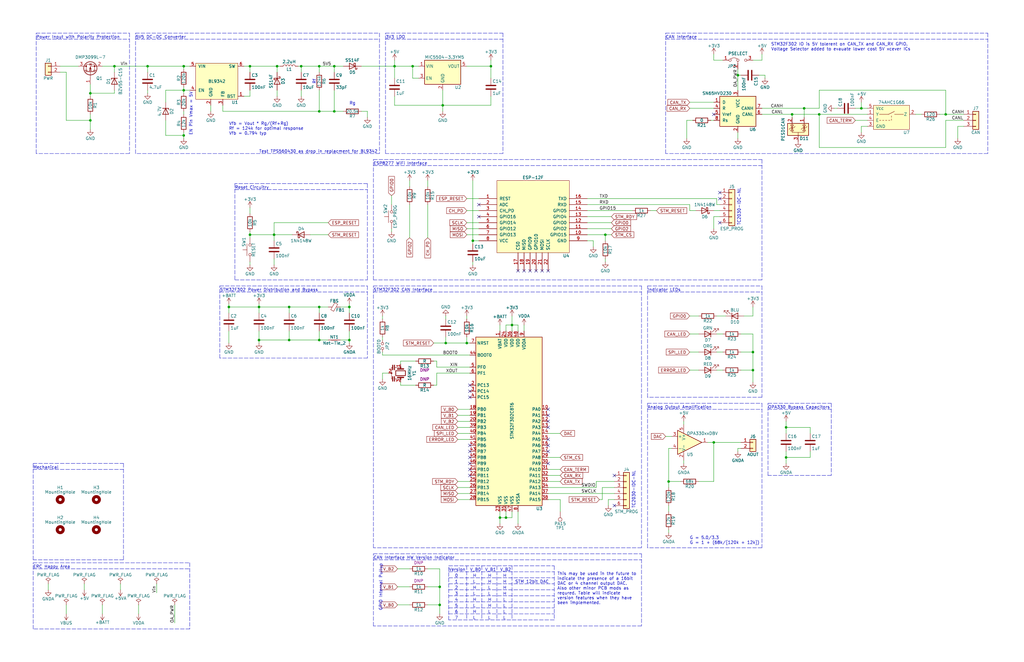
<source format=kicad_sch>
(kicad_sch (version 20211123) (generator eeschema)
  (paper "B")
  (title_block (title "CANalog") (company "erry Leumas"))
  (junction (at 115.57 99.06))
  (junction (at 105.41 27.94))
  (junction (at 121.92 143.51))
  (junction (at 121.92 129.54))
  (junction (at 185.42 255.27))
  (junction (at 134.62 46.99))
  (junction (at 105.41 99.06))
  (junction (at 331.47 180.34))
  (junction (at 398.78 48.26))
  (junction (at 173.99 27.94))
  (junction (at 140.97 27.94))
  (junction (at 199.39 101.6))
  (junction (at 109.22 129.54))
  (junction (at 77.47 38.1))
  (junction (at 48.26 27.94))
  (junction (at 147.32 143.51))
  (junction (at 215.9 137.16))
  (junction (at 255.27 99.06))
  (junction (at 77.47 27.94))
  (junction (at 116.84 27.94))
  (junction (at 134.62 27.94))
  (junction (at 109.22 143.51))
  (junction (at 77.47 57.15))
  (junction (at 147.32 129.54))
  (junction (at 363.22 45.72))
  (junction (at 317.5 156.21))
  (junction (at 127 27.94))
  (junction (at 38.1 50.8))
  (junction (at 187.96 144.78))
  (junction (at 281.94 203.2))
  (junction (at 62.23 27.94))
  (junction (at 38.1 39.37))
  (junction (at 311.15 31.75))
  (junction (at 300.99 186.69))
  (junction (at 140.97 46.99))
  (junction (at 207.01 27.94))
  (junction (at 345.44 48.26))
  (junction (at 196.85 144.78))
  (junction (at 213.36 218.44))
  (junction (at 317.5 148.59))
  (junction (at 339.09 45.72))
  (junction (at 134.62 143.51))
  (junction (at 210.82 218.44))
  (junction (at 185.42 247.65))
  (junction (at 96.52 129.54))
  (junction (at 334.01 48.26))
  (junction (at 134.62 129.54))
  (junction (at 166.37 27.94))
  (junction (at 186.69 44.45))
  (junction (at 331.47 193.04))
  (no_connect (at 231.14 180.34))
  (no_connect (at 198.12 162.56))
  (no_connect (at 231.14 190.5))
  (no_connect (at 223.52 114.3))
  (no_connect (at 303.53 93.98))
  (no_connect (at 198.12 195.58))
  (no_connect (at 198.12 165.1))
  (no_connect (at 303.53 83.82))
  (no_connect (at 198.12 190.5))
  (no_connect (at 198.12 198.12))
  (no_connect (at 198.12 167.64))
  (no_connect (at 303.53 81.28))
  (no_connect (at 259.08 200.66))
  (no_connect (at 201.93 86.36))
  (no_connect (at 198.12 187.96))
  (no_connect (at 231.14 114.3))
  (no_connect (at 198.12 193.04))
  (no_connect (at 231.14 195.58))
  (no_connect (at 231.14 172.72))
  (no_connect (at 259.08 213.36))
  (no_connect (at 201.93 91.44))
  (no_connect (at 231.14 175.26))
  (no_connect (at 198.12 200.66))
  (no_connect (at 218.44 114.3))
  (no_connect (at 231.14 185.42))
  (no_connect (at 300.99 48.26))
  (no_connect (at 220.98 114.3))
  (no_connect (at 228.6 114.3))
  (no_connect (at 231.14 177.8))
  (no_connect (at 226.06 114.3))
  (no_connect (at 231.14 187.96))
  (wire (pts (xy 102.87 40.64) (xy 105.41 40.64)))
  (wire (pts (xy 220.98 139.7) (xy 220.98 137.16)))
  (wire (pts (xy 331.47 177.8) (xy 331.47 180.34)))
  (wire (pts (xy 77.47 38.1) (xy 77.47 36.83)))
  (polyline (pts (xy 15.24 64.77) (xy 15.24 13.97)))
  (wire (pts (xy 398.78 62.23) (xy 345.44 62.23)))
  (polyline (pts (xy 189.23 243.84) (xy 233.68 243.84)))
  (wire (pts (xy 300.99 96.52) (xy 300.99 91.44)))
  (wire (pts (xy 259.08 205.74) (xy 254 205.74)))
  (wire (pts (xy 43.18 255.27) (xy 43.18 259.08)))
  (wire (pts (xy 38.1 54.61) (xy 38.1 50.8)))
  (wire (pts (xy 93.98 46.99) (xy 93.98 44.45)))
  (wire (pts (xy 167.64 240.03) (xy 172.72 240.03)))
  (wire (pts (xy 201.93 88.9) (xy 196.85 88.9)))
  (wire (pts (xy 406.4 53.34) (xy 403.86 53.34)))
  (polyline (pts (xy 270.51 231.14) (xy 157.48 231.14)))
  (polyline (pts (xy 323.85 200.66) (xy 323.85 170.18)))
  (wire (pts (xy 363.22 55.88) (xy 363.22 53.34)))
  (wire (pts (xy 218.44 139.7) (xy 218.44 137.16)))
  (wire (pts (xy 341.63 182.88) (xy 341.63 180.34)))
  (wire (pts (xy 144.78 27.94) (xy 140.97 27.94)))
  (wire (pts (xy 210.82 220.98) (xy 210.82 218.44)))
  (wire (pts (xy 193.04 180.34) (xy 198.12 180.34)))
  (wire (pts (xy 198.12 175.26) (xy 193.04 175.26)))
  (polyline (pts (xy 57.15 13.97) (xy 160.02 13.97)))
  (wire (pts (xy 312.42 148.59) (xy 317.5 148.59)))
  (wire (pts (xy 304.8 140.97) (xy 302.26 140.97)))
  (wire (pts (xy 231.14 210.82) (xy 236.22 210.82)))
  (wire (pts (xy 115.57 93.98) (xy 115.57 99.06)))
  (wire (pts (xy 341.63 190.5) (xy 341.63 193.04)))
  (wire (pts (xy 96.52 144.78) (xy 96.52 139.7)))
  (wire (pts (xy 161.29 157.48) (xy 163.83 157.48)))
  (polyline (pts (xy 99.06 118.11) (xy 154.94 118.11)))
  (wire (pts (xy 210.82 218.44) (xy 210.82 215.9)))
  (wire (pts (xy 288.29 177.8) (xy 288.29 179.07)))
  (wire (pts (xy 62.23 30.48) (xy 62.23 27.94)))
  (wire (pts (xy 58.42 255.27) (xy 58.42 259.08)))
  (wire (pts (xy 363.22 45.72) (xy 365.76 45.72)))
  (wire (pts (xy 105.41 99.06) (xy 105.41 100.33)))
  (wire (pts (xy 300.99 91.44) (xy 303.53 91.44)))
  (wire (pts (xy 215.9 137.16) (xy 213.36 137.16)))
  (wire (pts (xy 201.93 96.52) (xy 196.85 96.52)))
  (polyline (pts (xy 15.24 13.97) (xy 54.61 13.97)))
  (polyline (pts (xy 273.05 231.14) (xy 273.05 170.18)))
  (wire (pts (xy 96.52 128.27) (xy 96.52 129.54)))
  (wire (pts (xy 134.62 143.51) (xy 134.62 139.7)))
  (wire (pts (xy 186.69 46.99) (xy 186.69 44.45)))
  (wire (pts (xy 303.53 86.36) (xy 302.26 86.36)))
  (polyline (pts (xy 162.56 64.77) (xy 162.56 13.97)))
  (wire (pts (xy 199.39 101.6) (xy 199.39 76.2)))
  (wire (pts (xy 317.5 140.97) (xy 317.5 148.59)))
  (wire (pts (xy 161.29 149.86) (xy 161.29 148.59)))
  (wire (pts (xy 363.22 53.34) (xy 365.76 53.34)))
  (polyline (pts (xy 350.52 200.66) (xy 323.85 200.66)))
  (wire (pts (xy 281.94 203.2) (xy 281.94 189.23)))
  (wire (pts (xy 320.04 31.75) (xy 322.58 31.75)))
  (wire (pts (xy 196.85 27.94) (xy 207.01 27.94)))
  (wire (pts (xy 299.72 50.8) (xy 300.99 50.8)))
  (wire (pts (xy 302.26 133.35) (xy 306.07 133.35)))
  (polyline (pts (xy 189.23 259.08) (xy 233.68 259.08)))
  (wire (pts (xy 105.41 27.94) (xy 116.84 27.94)))
  (wire (pts (xy 180.34 78.74) (xy 180.34 76.2)))
  (wire (pts (xy 176.53 33.02) (xy 173.99 33.02)))
  (polyline (pts (xy 15.24 16.51) (xy 54.61 16.51)))
  (wire (pts (xy 167.64 255.27) (xy 172.72 255.27)))
  (wire (pts (xy 127 27.94) (xy 127 30.48)))
  (wire (pts (xy 247.65 93.98) (xy 257.81 93.98)))
  (wire (pts (xy 331.47 193.04) (xy 331.47 190.5)))
  (wire (pts (xy 62.23 27.94) (xy 77.47 27.94)))
  (wire (pts (xy 345.44 38.1) (xy 398.78 38.1)))
  (wire (pts (xy 360.68 45.72) (xy 363.22 45.72)))
  (wire (pts (xy 198.12 157.48) (xy 184.15 157.48)))
  (wire (pts (xy 317.5 148.59) (xy 317.5 156.21)))
  (wire (pts (xy 121.92 129.54) (xy 134.62 129.54)))
  (polyline (pts (xy 162.56 13.97) (xy 212.09 13.97)))
  (wire (pts (xy 351.79 45.72) (xy 353.06 45.72)))
  (polyline (pts (xy 157.48 264.16) (xy 157.48 233.68)))
  (wire (pts (xy 331.47 180.34) (xy 331.47 182.88)))
  (wire (pts (xy 166.37 44.45) (xy 186.69 44.45)))
  (wire (pts (xy 251.46 203.2) (xy 259.08 203.2)))
  (wire (pts (xy 213.36 218.44) (xy 215.9 218.44)))
  (wire (pts (xy 198.12 177.8) (xy 193.04 177.8)))
  (polyline (pts (xy 273.05 123.19) (xy 321.31 123.19)))
  (wire (pts (xy 48.26 27.94) (xy 62.23 27.94)))
  (polyline (pts (xy 323.85 170.18) (xy 350.52 170.18)))
  (wire (pts (xy 198.12 210.82) (xy 193.04 210.82)))
  (wire (pts (xy 345.44 45.72) (xy 339.09 45.72)))
  (polyline (pts (xy 323.85 172.72) (xy 350.52 172.72)))
  (wire (pts (xy 236.22 200.66) (xy 231.14 200.66)))
  (wire (pts (xy 231.14 198.12) (xy 236.22 198.12)))
  (wire (pts (xy 134.62 27.94) (xy 134.62 30.48)))
  (wire (pts (xy 311.15 31.75) (xy 311.15 38.1)))
  (wire (pts (xy 165.1 97.79) (xy 165.1 96.52)))
  (wire (pts (xy 236.22 203.2) (xy 231.14 203.2)))
  (wire (pts (xy 185.42 259.08) (xy 185.42 255.27)))
  (wire (pts (xy 180.34 255.27) (xy 185.42 255.27)))
  (wire (pts (xy 321.31 25.4) (xy 317.5 25.4)))
  (polyline (pts (xy 189.23 241.3) (xy 233.68 241.3)))
  (polyline (pts (xy 160.02 64.77) (xy 57.15 64.77)))
  (wire (pts (xy 143.51 129.54) (xy 147.32 129.54)))
  (wire (pts (xy 201.93 83.82) (xy 196.85 83.82)))
  (wire (pts (xy 187.96 144.78) (xy 196.85 144.78)))
  (wire (pts (xy 254 205.74) (xy 254 210.82)))
  (polyline (pts (xy 233.68 261.62) (xy 189.23 261.62)))
  (polyline (pts (xy 80.01 237.49) (xy 80.01 265.43)))
  (wire (pts (xy 115.57 111.76) (xy 115.57 109.22)))
  (wire (pts (xy 363.22 43.18) (xy 363.22 45.72)))
  (wire (pts (xy 341.63 193.04) (xy 331.47 193.04)))
  (wire (pts (xy 398.78 48.26) (xy 396.24 48.26)))
  (wire (pts (xy 173.99 33.02) (xy 173.99 27.94)))
  (polyline (pts (xy 203.2 238.76) (xy 203.2 261.62)))
  (wire (pts (xy 365.76 48.26) (xy 345.44 48.26)))
  (wire (pts (xy 73.66 255.27) (xy 73.66 262.89)))
  (wire (pts (xy 182.88 162.56) (xy 184.15 162.56)))
  (wire (pts (xy 173.99 27.94) (xy 176.53 27.94)))
  (wire (pts (xy 161.29 134.62) (xy 161.29 133.35)))
  (wire (pts (xy 386.08 48.26) (xy 388.62 48.26)))
  (polyline (pts (xy 52.07 195.58) (xy 52.07 236.22)))
  (wire (pts (xy 311.15 58.42) (xy 311.15 55.88)))
  (wire (pts (xy 334.01 49.53) (xy 334.01 48.26)))
  (wire (pts (xy 294.64 203.2) (xy 300.99 203.2)))
  (polyline (pts (xy 13.97 240.03) (xy 80.01 240.03)))
  (wire (pts (xy 69.85 43.18) (xy 69.85 38.1)))
  (polyline (pts (xy 215.9 238.76) (xy 215.9 261.62)))
  (wire (pts (xy 43.18 27.94) (xy 48.26 27.94)))
  (wire (pts (xy 280.67 184.15) (xy 283.21 184.15)))
  (wire (pts (xy 193.04 182.88) (xy 198.12 182.88)))
  (wire (pts (xy 290.83 43.18) (xy 300.99 43.18)))
  (wire (pts (xy 140.97 27.94) (xy 140.97 30.48)))
  (wire (pts (xy 147.32 139.7) (xy 147.32 143.51)))
  (wire (pts (xy 127 40.64) (xy 127 38.1)))
  (wire (pts (xy 198.12 154.94) (xy 184.15 154.94)))
  (wire (pts (xy 201.93 93.98) (xy 196.85 93.98)))
  (wire (pts (xy 109.22 129.54) (xy 109.22 132.08)))
  (polyline (pts (xy 321.31 170.18) (xy 321.31 231.14)))
  (wire (pts (xy 167.64 247.65) (xy 172.72 247.65)))
  (polyline (pts (xy 189.23 261.62) (xy 189.23 238.76)))
  (wire (pts (xy 166.37 27.94) (xy 173.99 27.94)))
  (polyline (pts (xy 154.94 151.13) (xy 92.71 151.13)))
  (wire (pts (xy 231.14 205.74) (xy 251.46 205.74)))
  (wire (pts (xy 304.8 148.59) (xy 302.26 148.59)))
  (wire (pts (xy 304.8 156.21) (xy 302.26 156.21)))
  (wire (pts (xy 207.01 44.45) (xy 207.01 40.64)))
  (wire (pts (xy 115.57 101.6) (xy 115.57 99.06)))
  (polyline (pts (xy 157.48 69.85) (xy 321.31 69.85)))
  (wire (pts (xy 121.92 139.7) (xy 121.92 143.51)))
  (wire (pts (xy 207.01 25.4) (xy 207.01 27.94)))
  (polyline (pts (xy 13.97 236.22) (xy 13.97 195.58)))
  (wire (pts (xy 105.41 40.64) (xy 105.41 38.1)))
  (wire (pts (xy 281.94 224.79) (xy 281.94 223.52)))
  (wire (pts (xy 302.26 86.36) (xy 302.26 83.82)))
  (polyline (pts (xy 99.06 77.47) (xy 99.06 118.11)))
  (wire (pts (xy 300.99 25.4) (xy 304.8 25.4)))
  (wire (pts (xy 345.44 45.72) (xy 345.44 38.1)))
  (polyline (pts (xy 416.56 13.97) (xy 416.56 64.77)))
  (wire (pts (xy 80.01 38.1) (xy 77.47 38.1)))
  (wire (pts (xy 77.47 58.42) (xy 77.47 57.15)))
  (wire (pts (xy 175.26 152.4) (xy 168.91 152.4)))
  (wire (pts (xy 196.85 144.78) (xy 198.12 144.78)))
  (wire (pts (xy 140.97 46.99) (xy 140.97 38.1)))
  (polyline (pts (xy 57.15 64.77) (xy 57.15 13.97)))
  (wire (pts (xy 109.22 144.78) (xy 109.22 143.51)))
  (polyline (pts (xy 157.48 123.19) (xy 270.51 123.19)))
  (wire (pts (xy 187.96 142.24) (xy 187.96 144.78)))
  (wire (pts (xy 77.47 29.21) (xy 77.47 27.94)))
  (polyline (pts (xy 52.07 236.22) (xy 13.97 236.22)))
  (polyline (pts (xy 99.06 80.01) (xy 154.94 80.01)))
  (polyline (pts (xy 154.94 120.65) (xy 154.94 151.13)))
  (polyline (pts (xy 321.31 167.64) (xy 273.05 167.64)))
  (wire (pts (xy 294.64 140.97) (xy 290.83 140.97)))
  (wire (pts (xy 290.83 133.35) (xy 294.64 133.35)))
  (polyline (pts (xy 157.48 233.68) (xy 270.51 233.68)))
  (polyline (pts (xy 321.31 118.11) (xy 157.48 118.11)))
  (wire (pts (xy 256.54 213.36) (xy 256.54 210.82)))
  (wire (pts (xy 210.82 137.16) (xy 210.82 139.7)))
  (wire (pts (xy 398.78 48.26) (xy 406.4 48.26)))
  (wire (pts (xy 289.56 50.8) (xy 292.1 50.8)))
  (polyline (pts (xy 212.09 64.77) (xy 162.56 64.77)))
  (wire (pts (xy 96.52 129.54) (xy 96.52 132.08)))
  (wire (pts (xy 317.5 156.21) (xy 317.5 161.29)))
  (polyline (pts (xy 189.23 251.46) (xy 233.68 251.46)))
  (wire (pts (xy 105.41 30.48) (xy 105.41 27.94)))
  (wire (pts (xy 20.32 246.38) (xy 20.32 248.92)))
  (wire (pts (xy 105.41 97.79) (xy 105.41 99.06)))
  (wire (pts (xy 255.27 110.49) (xy 255.27 109.22)))
  (wire (pts (xy 251.46 205.74) (xy 251.46 203.2)))
  (polyline (pts (xy 273.05 120.65) (xy 321.31 120.65)))
  (wire (pts (xy 184.15 157.48) (xy 184.15 162.56)))
  (wire (pts (xy 109.22 143.51) (xy 109.22 139.7)))
  (polyline (pts (xy 416.56 64.77) (xy 280.67 64.77)))
  (wire (pts (xy 294.64 156.21) (xy 290.83 156.21)))
  (wire (pts (xy 281.94 205.74) (xy 281.94 203.2)))
  (wire (pts (xy 201.93 99.06) (xy 196.85 99.06)))
  (wire (pts (xy 300.99 186.69) (xy 298.45 186.69)))
  (wire (pts (xy 193.04 185.42) (xy 198.12 185.42)))
  (wire (pts (xy 180.34 100.33) (xy 180.34 86.36)))
  (polyline (pts (xy 233.68 238.76) (xy 233.68 261.62)))
  (wire (pts (xy 154.94 49.53) (xy 154.94 46.99)))
  (wire (pts (xy 290.83 88.9) (xy 290.83 86.36)))
  (wire (pts (xy 185.42 240.03) (xy 180.34 240.03)))
  (wire (pts (xy 198.12 205.74) (xy 193.04 205.74)))
  (wire (pts (xy 213.36 137.16) (xy 213.36 139.7)))
  (wire (pts (xy 254 210.82) (xy 252.73 210.82)))
  (wire (pts (xy 247.65 88.9) (xy 266.7 88.9)))
  (wire (pts (xy 321.31 22.86) (xy 321.31 25.4)))
  (wire (pts (xy 312.42 140.97) (xy 317.5 140.97)))
  (wire (pts (xy 312.42 31.75) (xy 311.15 31.75)))
  (wire (pts (xy 398.78 38.1) (xy 398.78 48.26)))
  (polyline (pts (xy 321.31 120.65) (xy 321.31 167.64)))
  (wire (pts (xy 215.9 215.9) (xy 215.9 218.44)))
  (wire (pts (xy 105.41 27.94) (xy 102.87 27.94)))
  (wire (pts (xy 312.42 156.21) (xy 317.5 156.21)))
  (wire (pts (xy 172.72 76.2) (xy 172.72 78.74)))
  (polyline (pts (xy 13.97 195.58) (xy 52.07 195.58)))
  (polyline (pts (xy 189.23 254) (xy 233.68 254)))
  (wire (pts (xy 274.32 88.9) (xy 276.86 88.9)))
  (polyline (pts (xy 196.85 238.76) (xy 196.85 261.62)))
  (wire (pts (xy 48.26 30.48) (xy 48.26 27.94)))
  (polyline (pts (xy 273.05 170.18) (xy 321.31 170.18)))
  (polyline (pts (xy 13.97 265.43) (xy 13.97 237.49)))
  (wire (pts (xy 180.34 247.65) (xy 185.42 247.65)))
  (wire (pts (xy 105.41 111.76) (xy 105.41 110.49)))
  (wire (pts (xy 77.47 57.15) (xy 69.85 57.15)))
  (wire (pts (xy 257.81 96.52) (xy 247.65 96.52)))
  (wire (pts (xy 257.81 91.44) (xy 247.65 91.44)))
  (wire (pts (xy 300.99 186.69) (xy 312.42 186.69)))
  (wire (pts (xy 116.84 27.94) (xy 116.84 30.48)))
  (polyline (pts (xy 273.05 172.72) (xy 321.31 172.72)))
  (polyline (pts (xy 54.61 64.77) (xy 15.24 64.77)))
  (wire (pts (xy 311.15 29.21) (xy 311.15 31.75)))
  (wire (pts (xy 287.02 203.2) (xy 281.94 203.2)))
  (wire (pts (xy 38.1 50.8) (xy 38.1 48.26)))
  (wire (pts (xy 186.69 44.45) (xy 207.01 44.45)))
  (polyline (pts (xy 154.94 118.11) (xy 154.94 77.47)))
  (wire (pts (xy 300.99 203.2) (xy 300.99 186.69)))
  (polyline (pts (xy 350.52 170.18) (xy 350.52 200.66)))
  (wire (pts (xy 38.1 40.64) (xy 38.1 39.37)))
  (wire (pts (xy 317.5 133.35) (xy 313.69 133.35)))
  (wire (pts (xy 166.37 25.4) (xy 166.37 27.94)))
  (wire (pts (xy 255.27 99.06) (xy 247.65 99.06)))
  (wire (pts (xy 172.72 86.36) (xy 172.72 100.33)))
  (wire (pts (xy 134.62 27.94) (xy 140.97 27.94)))
  (wire (pts (xy 27.94 50.8) (xy 27.94 30.48)))
  (polyline (pts (xy 157.48 120.65) (xy 270.51 120.65)))
  (wire (pts (xy 300.99 22.86) (xy 300.99 25.4)))
  (wire (pts (xy 184.15 154.94) (xy 184.15 152.4)))
  (polyline (pts (xy 92.71 123.19) (xy 154.94 123.19)))
  (wire (pts (xy 121.92 132.08) (xy 121.92 129.54)))
  (polyline (pts (xy 189.23 246.38) (xy 233.68 246.38)))
  (wire (pts (xy 35.56 248.92) (xy 35.56 246.38)))
  (polyline (pts (xy 157.48 67.31) (xy 321.31 67.31)))
  (wire (pts (xy 283.21 189.23) (xy 281.94 189.23)))
  (wire (pts (xy 144.78 46.99) (xy 140.97 46.99)))
  (polyline (pts (xy 13.97 198.12) (xy 52.07 198.12)))
  (wire (pts (xy 288.29 195.58) (xy 288.29 194.31)))
  (wire (pts (xy 161.29 149.86) (xy 198.12 149.86)))
  (wire (pts (xy 147.32 129.54) (xy 147.32 132.08)))
  (polyline (pts (xy 280.67 13.97) (xy 416.56 13.97)))
  (wire (pts (xy 256.54 210.82) (xy 259.08 210.82)))
  (wire (pts (xy 93.98 46.99) (xy 134.62 46.99)))
  (wire (pts (xy 187.96 133.35) (xy 187.96 134.62)))
  (wire (pts (xy 134.62 46.99) (xy 140.97 46.99)))
  (wire (pts (xy 161.29 160.02) (xy 161.29 157.48)))
  (wire (pts (xy 182.88 152.4) (xy 184.15 152.4)))
  (polyline (pts (xy 321.31 67.31) (xy 321.31 118.11)))
  (wire (pts (xy 290.83 148.59) (xy 294.64 148.59)))
  (polyline (pts (xy 189.23 248.92) (xy 233.68 248.92)))
  (wire (pts (xy 116.84 40.64) (xy 116.84 38.1)))
  (wire (pts (xy 231.14 193.04) (xy 236.22 193.04)))
  (wire (pts (xy 250.19 101.6) (xy 250.19 104.14)))
  (wire (pts (xy 66.04 246.38) (xy 66.04 250.19)))
  (wire (pts (xy 152.4 27.94) (xy 166.37 27.94)))
  (wire (pts (xy 339.09 49.53) (xy 339.09 45.72)))
  (wire (pts (xy 289.56 58.42) (xy 289.56 50.8)))
  (wire (pts (xy 115.57 99.06) (xy 105.41 99.06)))
  (wire (pts (xy 182.88 144.78) (xy 187.96 144.78)))
  (wire (pts (xy 77.47 39.37) (xy 77.47 38.1)))
  (wire (pts (xy 38.1 39.37) (xy 38.1 35.56)))
  (polyline (pts (xy 54.61 13.97) (xy 54.61 64.77)))
  (wire (pts (xy 247.65 83.82) (xy 302.26 83.82)))
  (wire (pts (xy 345.44 62.23) (xy 345.44 48.26)))
  (wire (pts (xy 77.47 57.15) (xy 77.47 55.88)))
  (polyline (pts (xy 270.51 264.16) (xy 157.48 264.16)))
  (polyline (pts (xy 189.23 256.54) (xy 233.68 256.54)))
  (wire (pts (xy 185.42 255.27) (xy 185.42 247.65)))
  (polyline (pts (xy 270.51 120.65) (xy 270.51 231.14)))
  (polyline (pts (xy 13.97 237.49) (xy 80.01 237.49)))
  (wire (pts (xy 215.9 133.35) (xy 215.9 137.16)))
  (wire (pts (xy 138.43 129.54) (xy 134.62 129.54)))
  (wire (pts (xy 147.32 128.27) (xy 147.32 129.54)))
  (polyline (pts (xy 154.94 77.47) (xy 99.06 77.47)))
  (wire (pts (xy 77.47 27.94) (xy 80.01 27.94)))
  (polyline (pts (xy 157.48 236.22) (xy 270.51 236.22)))
  (polyline (pts (xy 280.67 64.77) (xy 280.67 13.97)))
  (polyline (pts (xy 157.48 231.14) (xy 157.48 120.65)))
  (wire (pts (xy 311.15 190.5) (xy 311.15 189.23)))
  (wire (pts (xy 166.37 33.02) (xy 166.37 27.94)))
  (polyline (pts (xy 209.55 238.76) (xy 209.55 261.62)))
  (polyline (pts (xy 189.23 238.76) (xy 233.68 238.76)))
  (wire (pts (xy 165.1 82.55) (xy 165.1 86.36)))
  (wire (pts (xy 365.76 50.8) (xy 360.68 50.8)))
  (wire (pts (xy 105.41 90.17) (xy 105.41 87.63)))
  (polyline (pts (xy 280.67 16.51) (xy 416.56 16.51)))
  (wire (pts (xy 27.94 30.48) (xy 25.4 30.48)))
  (wire (pts (xy 138.43 93.98) (xy 115.57 93.98)))
  (wire (pts (xy 196.85 133.35) (xy 196.85 134.62)))
  (wire (pts (xy 317.5 129.54) (xy 317.5 133.35)))
  (wire (pts (xy 281.94 215.9) (xy 281.94 213.36)))
  (wire (pts (xy 322.58 31.75) (xy 322.58 33.02)))
  (wire (pts (xy 199.39 111.76) (xy 199.39 110.49)))
  (wire (pts (xy 341.63 180.34) (xy 331.47 180.34)))
  (wire (pts (xy 50.8 246.38) (xy 50.8 248.92)))
  (wire (pts (xy 88.9 46.99) (xy 88.9 44.45)))
  (wire (pts (xy 48.26 38.1) (xy 48.26 39.37)))
  (wire (pts (xy 127 27.94) (xy 134.62 27.94)))
  (polyline (pts (xy 57.15 16.51) (xy 160.02 16.51)))
  (wire (pts (xy 334.01 48.26) (xy 321.31 48.26)))
  (wire (pts (xy 130.81 99.06) (xy 138.43 99.06)))
  (wire (pts (xy 257.81 99.06) (xy 255.27 99.06)))
  (wire (pts (xy 321.31 45.72) (xy 339.09 45.72)))
  (wire (pts (xy 213.36 215.9) (xy 213.36 218.44)))
  (wire (pts (xy 236.22 210.82) (xy 236.22 215.9)))
  (wire (pts (xy 27.94 255.27) (xy 27.94 259.08)))
  (polyline (pts (xy 92.71 120.65) (xy 154.94 120.65)))
  (wire (pts (xy 62.23 38.1) (xy 62.23 39.37)))
  (wire (pts (xy 116.84 27.94) (xy 118.11 27.94)))
  (wire (pts (xy 198.12 208.28) (xy 193.04 208.28)))
  (wire (pts (xy 115.57 99.06) (xy 123.19 99.06)))
  (wire (pts (xy 175.26 162.56) (xy 168.91 162.56)))
  (wire (pts (xy 218.44 215.9) (xy 218.44 220.98)))
  (wire (pts (xy 331.47 195.58) (xy 331.47 193.04)))
  (wire (pts (xy 69.85 38.1) (xy 77.47 38.1)))
  (wire (pts (xy 134.62 38.1) (xy 134.62 46.99)))
  (wire (pts (xy 290.83 45.72) (xy 300.99 45.72)))
  (wire (pts (xy 25.4 27.94) (xy 33.02 27.94)))
  (wire (pts (xy 198.12 172.72) (xy 193.04 172.72)))
  (wire (pts (xy 77.47 48.26) (xy 77.47 46.99)))
  (wire (pts (xy 207.01 27.94) (xy 207.01 33.02)))
  (wire (pts (xy 121.92 143.51) (xy 134.62 143.51)))
  (wire (pts (xy 311.15 189.23) (xy 312.42 189.23)))
  (wire (pts (xy 218.44 137.16) (xy 215.9 137.16)))
  (wire (pts (xy 199.39 102.87) (xy 199.39 101.6)))
  (polyline (pts (xy 270.51 233.68) (xy 270.51 264.16)))
  (wire (pts (xy 168.91 152.4) (xy 168.91 153.67)))
  (wire (pts (xy 231.14 208.28) (xy 259.08 208.28)))
  (wire (pts (xy 210.82 218.44) (xy 213.36 218.44)))
  (wire (pts (xy 166.37 40.64) (xy 166.37 44.45)))
  (wire (pts (xy 345.44 48.26) (xy 334.01 48.26)))
  (wire (pts (xy 300.99 88.9) (xy 303.53 88.9)))
  (polyline (pts (xy 321.31 231.14) (xy 273.05 231.14)))
  (wire (pts (xy 161.29 143.51) (xy 161.29 142.24)))
  (wire (pts (xy 247.65 101.6) (xy 250.19 101.6)))
  (wire (pts (xy 134.62 129.54) (xy 134.62 132.08)))
  (wire (pts (xy 290.83 88.9) (xy 293.37 88.9)))
  (wire (pts (xy 406.4 50.8) (xy 398.78 50.8)))
  (wire (pts (xy 196.85 142.24) (xy 196.85 144.78)))
  (wire (pts (xy 143.51 143.51) (xy 147.32 143.51)))
  (polyline (pts (xy 157.48 118.11) (xy 157.48 67.31)))
  (wire (pts (xy 215.9 137.16) (xy 215.9 139.7)))
  (wire (pts (xy 247.65 86.36) (xy 290.83 86.36)))
  (wire (pts (xy 125.73 27.94) (xy 127 27.94)))
  (wire (pts (xy 154.94 46.99) (xy 152.4 46.99)))
  (wire (pts (xy 138.43 143.51) (xy 134.62 143.51)))
  (wire (pts (xy 185.42 247.65) (xy 185.42 240.03)))
  (wire (pts (xy 255.27 101.6) (xy 255.27 99.06)))
  (wire (pts (xy 168.91 162.56) (xy 168.91 161.29)))
  (wire (pts (xy 96.52 129.54) (xy 109.22 129.54)))
  (wire (pts (xy 109.22 129.54) (xy 121.92 129.54)))
  (wire (pts (xy 186.69 44.45) (xy 186.69 38.1)))
  (polyline (pts (xy 92.71 151.13) (xy 92.71 120.65)))
  (wire (pts (xy 27.94 50.8) (xy 38.1 50.8)))
  (polyline (pts (xy 160.02 13.97) (xy 160.02 64.77)))
  (wire (pts (xy 69.85 57.15) (xy 69.85 50.8)))
  (wire (pts (xy 109.22 143.51) (xy 121.92 143.51)))
  (wire (pts (xy 147.32 143.51) (xy 147.32 144.78)))
  (polyline (pts (xy 212.09 13.97) (xy 212.09 64.77)))
  (polyline (pts (xy 162.56 16.51) (xy 212.09 16.51)))
  (polyline (pts (xy 273.05 167.64) (xy 273.05 120.65)))
  (wire (pts (xy 403.86 58.42) (xy 403.86 53.34)))
  (wire (pts (xy 199.39 101.6) (xy 201.93 101.6)))
  (wire (pts (xy 398.78 50.8) (xy 398.78 62.23)))
  (wire (pts (xy 48.26 39.37) (xy 38.1 39.37)))
  (wire (pts (xy 109.22 128.27) (xy 109.22 129.54)))
  (wire (pts (xy 231.14 182.88) (xy 236.22 182.88)))
  (wire (pts (xy 193.04 203.2) (xy 198.12 203.2)))
  (polyline (pts (xy 80.01 265.43) (xy 13.97 265.43)))
  (text "H" (at 205.74 256.54 0) (effects (font (size 1.27 1.27)) (justify left bottom)))
  (text "TC2030-IDC-NL" (at 312.42 95.25 90) (effects (font (size 1.27 1.27)) (justify left bottom)))
  (text "H" (at 199.39 254 0) (effects (font (size 1.27 1.27)) (justify left bottom)))
  (text "CAN Interface" (at 280.67 16.51 0) (effects (font (size 1.27 1.27)) (justify left bottom)))
  (text "H" (at 212.09 251.46 0) (effects (font (size 1.27 1.27)) (justify left bottom)))
  (text "Vfb = Vout * Rg/(Rf+Rg)\nRf = 124k for optimal response\nVfb = 0.794 typ" (at 96.52 57.15 0) (effects (font (size 1.27 1.27)) (justify left bottom)))
  (text "This may be used in the future to \nindicate the presence of a 16bit \nDAC or 4 channel output DAC.\nAlso other minor PCB mods as \nrequred. Table will indicate \nversion features when they have \nbeen implemented." (at 234.95 255.27 0) (effects (font (size 1.27 1.27)) (justify left bottom)))
  (text "5V5 DC-DC Converter" (at 57.15 16.51 0) (effects (font (size 1.27 1.27)) (justify left bottom)))
  (text "ERC Happy Area" (at 13.97 240.03 0) (effects (font (size 1.27 1.27)) (justify left bottom)))
  (text "H" (at 205.74 254 0) (effects (font (size 1.27 1.27)) (justify left bottom)))
  (text "L" (at 199.39 261.62 0) (effects (font (size 1.27 1.27)) (justify left bottom)))
  (text "ESP8277 WiFi Interface" (at 157.48 69.85 0) (effects (font (size 1.27 1.27)) (justify left bottom)))
  (text "Power Input with Polarity Protection" (at 15.24 16.51 0) (effects (font (size 1.27 1.27)) (justify left bottom)))
  (text "H" (at 212.09 248.92 0) (effects (font (size 1.27 1.27)) (justify left bottom)))
  (text "Test TPS560430 as drop in replacment for BL9342" (at 109.22 64.77 0) (effects (font (size 1.27 1.27)) (justify left bottom)))
  (text "L" (at 212.09 259.08 0) (effects (font (size 1.27 1.27)) (justify left bottom)))
  (text "V_B2" (at 210.82 241.3 0) (effects (font (size 1.27 1.27)) (justify left bottom)))
  (text "H" (at 199.39 248.92 0) (effects (font (size 1.27 1.27)) (justify left bottom)))
  (text "3" (at 191.77 251.46 0) (effects (font (size 1.27 1.27)) (justify left bottom)))
  (text "L" (at 212.09 261.62 0) (effects (font (size 1.27 1.27)) (justify left bottom)))
  (text "L" (at 199.39 256.54 0) (effects (font (size 1.27 1.27)) (justify left bottom)))
  (text "H" (at 205.74 243.84 0) (effects (font (size 1.27 1.27)) (justify left bottom)))
  (text "CAN Interface HW Version Indicator" (at 157.48 236.22 0) (effects (font (size 1.27 1.27)) (justify left bottom)))
  (text "7" (at 191.77 261.62 0) (effects (font (size 1.27 1.27)) (justify left bottom)))
  (text "L" (at 205.74 248.92 0) (effects (font (size 1.27 1.27)) (justify left bottom)))
  (text "1" (at 191.77 246.38 0) (effects (font (size 1.27 1.27)) (justify left bottom)))
  (text "Rg" (at 147.32 44.45 0) (effects (font (size 1.27 1.27)) (justify left bottom)))
  (text "EN Pin Vmax = 5V" (at 81.28 57.15 90) (effects (font (size 1.27 1.27)) (justify left bottom)))
  (text "4" (at 191.77 254 0) (effects (font (size 1.27 1.27)) (justify left bottom)))
  (text "GPIO Internal Pullup" (at 161.29 257.81 90) (effects (font (size 1.27 1.27)) (justify left bottom)))
  (text "G = 5.0/3.3\nG = 1 + (68k/[120k + 12k])" (at 290.83 229.87 0) (effects (font (size 1.27 1.27)) (justify left bottom)))
  (text "OPA330 Bypass Capacitors" (at 323.85 172.72 0) (effects (font (size 1.27 1.27)) (justify left bottom)))
  (text "2" (at 191.77 248.92 0) (effects (font (size 1.27 1.27)) (justify left bottom)))
  (text "L" (at 205.74 259.08 0) (effects (font (size 1.27 1.27)) (justify left bottom)))
  (text "STM32F302 Power Distribution and Bypass" (at 92.71 123.19 0) (effects (font (size 1.27 1.27)) (justify left bottom)))
  (text "H" (at 212.09 243.84 0) (effects (font (size 1.27 1.27)) (justify left bottom)))
  (text "L" (at 199.39 246.38 0) (effects (font (size 1.27 1.27)) (justify left bottom)))
  (text "L" (at 212.09 256.54 0) (effects (font (size 1.27 1.27)) (justify left bottom)))
  (text "H" (at 199.39 259.08 0) (effects (font (size 1.27 1.27)) (justify left bottom)))
  (text "L" (at 205.74 261.62 0) (effects (font (size 1.27 1.27)) (justify left bottom)))
  (text "V_B0" (at 198.12 241.3 0) (effects (font (size 1.27 1.27)) (justify left bottom)))
  (text "V_B1" (at 204.47 241.3 0) (effects (font (size 1.27 1.27)) (justify left bottom)))
  (text "6" (at 191.77 259.08 0) (effects (font (size 1.27 1.27)) (justify left bottom)))
  (text "L" (at 205.74 251.46 0) (effects (font (size 1.27 1.27)) (justify left bottom)))
  (text "Rf" (at 133.35 35.56 90) (effects (font (size 1.27 1.27)) (justify left bottom)))
  (text "H" (at 199.39 243.84 0) (effects (font (size 1.27 1.27)) (justify left bottom)))
  (text "L" (at 212.09 254 0) (effects (font (size 1.27 1.27)) (justify left bottom)))
  (text "Analog Output Amplification" (at 273.05 172.72 0) (effects (font (size 1.27 1.27)) (justify left bottom)))
  (text "Reset Circuitry" (at 99.06 80.01 0) (effects (font (size 1.27 1.27)) (justify left bottom)))
  (text "5" (at 191.77 256.54 0) (effects (font (size 1.27 1.27)) (justify left bottom)))
  (text "TC2030-IDC-NL" (at 267.97 214.63 90) (effects (font (size 1.27 1.27)) (justify left bottom)))
  (text "STM32F302 CAN Interface" (at 157.48 123.19 0) (effects (font (size 1.27 1.27)) (justify left bottom)))
  (text "Indicator LEDs" (at 273.05 123.19 0) (effects (font (size 1.27 1.27)) (justify left bottom)))
  (text "0" (at 191.77 243.84 0) (effects (font (size 1.27 1.27)) (justify left bottom)))
  (text "H" (at 205.74 246.38 0) (effects (font (size 1.27 1.27)) (justify left bottom)))
  (text "Version" (at 189.23 241.3 0) (effects (font (size 1.27 1.27)) (justify left bottom)))
  (text "3V3 LDO" (at 162.56 16.51 0) (effects (font (size 1.27 1.27)) (justify left bottom)))
  (text "H" (at 212.09 246.38 0) (effects (font (size 1.27 1.27)) (justify left bottom)))
  (text "STM32F302 IO is 5V tolerent on CAN_TX and CAN_RX GPIO.\nVoltage Selector added to evauate lower cost 5V xcever ICs" (at 325.12 21.59 0) (effects (font (size 1.27 1.27)) (justify left bottom)))
  (text "L" (at 199.39 251.46 0) (effects (font (size 1.27 1.27)) (justify left bottom)))
  (text "Mechanical" (at 13.97 198.12 0) (effects (font (size 1.27 1.27)) (justify left bottom)))
  (text "STM 12bit DAC" (at 217.17 246.38 0) (effects (font (size 1.27 1.27)) (justify left bottom)))
  (label "RXD" (at 252.73 86.36 0))
  (label "CANL" (at 330.2 48.26 180))
  (label "TXD" (at 252.73 83.82 0))
  (label "OA_PWR" (at 73.66 262.89 90))
  (label "GPIO15" (at 252.73 88.9 0))
  (label "SWCLK" (at 245.11 208.28 0))
  (label "CANH" (at 401.32 48.26 0))
  (label "XOUT" (at 193.04 157.48 180))
  (label "OA_PWR" (at 311.15 36.83 90))
  (label "CANL" (at 401.32 50.8 0))
  (label "CANH" (at 330.2 45.72 180))
  (label "XIN" (at 193.04 154.94 180))
  (label "Vin" (at 50.8 27.94 0))
  (label "5V5" (at 139.7 27.94 180))
  (label "SWDIO" (at 245.11 205.74 0))
  (label "BOOT0" (at 193.04 149.86 180))
  (label "Vin" (at 66.04 250.19 90))
  (global_label "CAN_LED" (shape input) (at 290.83 140.97 180) (property "Intersheet References" "${INTERSHEET_REFS}" (effects hide)))
  (global_label "SCLK" (shape input) (at 193.04 205.74 180) (property "Intersheet References" "${INTERSHEET_REFS}" (effects hide)))
  (global_label "V_B1" (shape input) (at 193.04 175.26 180) (property "Intersheet References" "${INTERSHEET_REFS}" (effects hide)))
  (global_label "GPIO0" (shape input) (at 290.83 133.35 180) (property "Intersheet References" "${INTERSHEET_REFS}" (effects hide)))
  (global_label "SCLK" (shape input) (at 196.85 93.98 180) (property "Intersheet References" "${INTERSHEET_REFS}" (effects hide)))
  (global_label "SPI_LED" (shape input) (at 290.83 148.59 180) (property "Intersheet References" "${INTERSHEET_REFS}" (effects hide)))
  (global_label "GPIO2" (shape input) (at 257.81 96.52 0) (property "Intersheet References" "${INTERSHEET_REFS}" (effects hide)))
  (global_label "DAC" (shape input) (at 280.67 184.15 180) (property "Intersheet References" "${INTERSHEET_REFS}" (effects hide)))
  (global_label "MISO" (shape input) (at 196.85 96.52 180) (property "Intersheet References" "${INTERSHEET_REFS}" (effects hide)))
  (global_label "SPI_LED" (shape input) (at 193.04 182.88 180) (property "Intersheet References" "${INTERSHEET_REFS}" (effects hide)))
  (global_label "STM_CS" (shape input) (at 257.81 99.06 0) (property "Intersheet References" "${INTERSHEET_REFS}" (effects hide)))
  (global_label "MOSI" (shape input) (at 196.85 99.06 180) (property "Intersheet References" "${INTERSHEET_REFS}" (effects hide)))
  (global_label "STM_RESET" (shape input) (at 138.43 99.06 0) (property "Intersheet References" "${INTERSHEET_REFS}" (effects hide)))
  (global_label "MOSI" (shape input) (at 193.04 210.82 180) (property "Intersheet References" "${INTERSHEET_REFS}" (effects hide)))
  (global_label "STM_RESET" (shape input) (at 182.88 144.78 180) (property "Intersheet References" "${INTERSHEET_REFS}" (effects hide)))
  (global_label "STM_RDY" (shape input) (at 193.04 203.2 180) (property "Intersheet References" "${INTERSHEET_REFS}" (effects hide)))
  (global_label "CAN_TERM" (shape input) (at 360.68 50.8 180) (property "Intersheet References" "${INTERSHEET_REFS}" (effects hide)))
  (global_label "CAN_RX" (shape input) (at 290.83 45.72 180) (property "Intersheet References" "${INTERSHEET_REFS}" (effects hide)))
  (global_label "GPIO0" (shape input) (at 165.1 82.55 90) (property "Intersheet References" "${INTERSHEET_REFS}" (effects hide)))
  (global_label "CAN_TX" (shape input) (at 236.22 203.2 0) (property "Intersheet References" "${INTERSHEET_REFS}" (effects hide)))
  (global_label "ESP_RESET" (shape input) (at 138.43 93.98 0) (property "Intersheet References" "${INTERSHEET_REFS}" (effects hide)))
  (global_label "ESP_RESET" (shape input) (at 196.85 83.82 180) (property "Intersheet References" "${INTERSHEET_REFS}" (effects hide)))
  (global_label "V_B0" (shape input) (at 193.04 172.72 180) (property "Intersheet References" "${INTERSHEET_REFS}" (effects hide)))
  (global_label "STM_RESET" (shape input) (at 276.86 88.9 0) (property "Intersheet References" "${INTERSHEET_REFS}" (effects hide)))
  (global_label "V_B0" (shape input) (at 167.64 255.27 180) (property "Intersheet References" "${INTERSHEET_REFS}" (effects hide)))
  (global_label "CAN_LED" (shape input) (at 193.04 180.34 180) (property "Intersheet References" "${INTERSHEET_REFS}" (effects hide)))
  (global_label "DAC" (shape input) (at 236.22 182.88 0) (property "Intersheet References" "${INTERSHEET_REFS}" (effects hide)))
  (global_label "STM_RDY" (shape input) (at 257.81 91.44 0) (property "Intersheet References" "${INTERSHEET_REFS}" (effects hide)))
  (global_label "MISO" (shape input) (at 193.04 208.28 180) (property "Intersheet References" "${INTERSHEET_REFS}" (effects hide)))
  (global_label "V_B2" (shape input) (at 167.64 240.03 180) (property "Intersheet References" "${INTERSHEET_REFS}" (effects hide)))
  (global_label "CAN_TX" (shape input) (at 290.83 43.18 180) (property "Intersheet References" "${INTERSHEET_REFS}" (effects hide)))
  (global_label "V_B1" (shape input) (at 167.64 247.65 180) (property "Intersheet References" "${INTERSHEET_REFS}" (effects hide)))
  (global_label "CAN_RX" (shape input) (at 236.22 200.66 0) (property "Intersheet References" "${INTERSHEET_REFS}" (effects hide)))
  (global_label "GPIO2" (shape input) (at 172.72 100.33 270) (property "Intersheet References" "${INTERSHEET_REFS}" (effects hide)))
  (global_label "STM_RESET" (shape input) (at 252.73 210.82 180) (property "Intersheet References" "${INTERSHEET_REFS}" (effects hide)))
  (global_label "GPIO0" (shape input) (at 257.81 93.98 0) (property "Intersheet References" "${INTERSHEET_REFS}" (effects hide)))
  (global_label "CH_PD" (shape input) (at 196.85 88.9 180) (property "Intersheet References" "${INTERSHEET_REFS}" (effects hide)))
  (global_label "ERROR_LED" (shape input) (at 290.83 156.21 180) (property "Intersheet References" "${INTERSHEET_REFS}" (effects hide)))
  (global_label "CAN_TERM" (shape input) (at 236.22 198.12 0) (property "Intersheet References" "${INTERSHEET_REFS}" (effects hide)))
  (global_label "ERROR_LED" (shape input) (at 193.04 185.42 180) (property "Intersheet References" "${INTERSHEET_REFS}" (effects hide)))
  (global_label "CH_PD" (shape input) (at 180.34 100.33 270) (property "Intersheet References" "${INTERSHEET_REFS}" (effects hide)))
  (global_label "V_B2" (shape input) (at 193.04 177.8 180) (property "Intersheet References" "${INTERSHEET_REFS}" (effects hide)))
  (global_label "STM_CS" (shape input) (at 236.22 193.04 0) (property "Intersheet References" "${INTERSHEET_REFS}" (effects hide)))
  (symbol (lib_id "Interface_CAN_LIN:SN65HVD230") (at 311.15 45.72 0) (unit 1)
    (property "Reference" "U6" (at 318.77 54.61 0) (effects (justify right)))
    (property "Value" "SN65HVD230" (at 308.61 39.37 0) (effects (justify right)))
    (property "Footprint" "Package_SO:SOIC-8_3.9x4.9mm_P1.27mm" (effects hide))
    (property "Datasheet" "http://www.ti.com/lit/ds/symlink/sn65hvd230.pdf" (effects hide))
    (property "MPN" "SN65HVD230DR" (effects hide))
    (property "Manufacture" "Texas Instruments" (effects hide))
    (property "SPN" "C12084" (effects hide))
    (property "Supplier" "LCSC" (effects hide))
    (property "Supplier Link" "https://lcsc.com/product-detail/CAN-ICs_Texas-Instruments-SN65HVD230DR_C12084.html" (effects hide))
  )
  (symbol (lib_id "Device:R") (at 295.91 50.8 270) (unit 1)
    (property "Reference" "R21" (at 295.91 52.832 90))
    (property "Value" "0" (at 295.91 50.8 90))
    (property "Footprint" "Resistor_SMD:R_0603_1608Metric" (effects hide))
  )
  (symbol (lib_id "power:+3V3") (at 300.99 22.86 0) (unit 1)
    (property "Reference" "#PWR052" (effects hide))
    (property "Value" "+3V3" (at 300.99 19.304 0))
  )
  (symbol (lib_id "power:GND") (at 311.15 58.42 0) (unit 1)
    (property "Reference" "#PWR053" (effects hide))
    (property "Value" "GND" (at 311.15 62.23 0))
  )
  (symbol (lib_id "Device:C") (at 316.23 31.75 270) (unit 1)
    (property "Reference" "C15" (at 318.77 32.385 0) (effects (justify left)))
    (property "Value" "100nF" (at 313.69 32.385 0) (effects (justify left)))
    (property "Footprint" "C_0603_1608Metric" (effects hide))
    (property "Datasheet" "https://api.kemet.com/component-edge/download/datasheet/C0603C104Z3VACTU.pdf" (effects hide))
    (property "MPN" "C0603C104Z3VACTU" (effects hide))
    (property "Manufacture" "KEMET" (effects hide))
    (property "SPN" "399-1100-1-ND" (effects hide))
    (property "Supplier" "DigiKey" (effects hide))
    (property "Supplier Link" "https://www.digikey.com/en/products/detail/kemet/C0603C104Z3VACTU/411099?s=N4IgTCBcDaIMwE4EFoCMqAMG3IHYBMQBdAXyA" (effects hide))
  )
  (symbol (lib_id "power:GND") (at 322.58 33.02 0) (unit 1)
    (property "Reference" "#PWR058" (effects hide))
    (property "Value" "GND" (at 322.58 36.83 0))
  )
  (symbol (lib_id "Device:R") (at 392.43 48.26 270) (unit 1)
    (property "Reference" "R26" (at 392.43 50.292 90))
    (property "Value" "120" (at 392.43 48.26 90))
    (property "Footprint" "Resistor_SMD:R_0603_1608Metric" (effects hide))
    (property "Datasheet" "https://datasheet.lcsc.com/szlcsc/1811061723_FH-Guangdong-Fenghua-Advanced-Tech-RS-03K1200FT_C310266.pdf" (effects hide))
    (property "MPN" "RS-03K1200FT" (effects hide))
    (property "Manufacture" " FH(Guangdong Fenghua Advanced Tech)" (effects hide))
    (property "SPN" "C310266" (effects hide))
    (property "Supplier" "LCSC" (effects hide))
    (property "Supplier Link" "https://lcsc.com/product-detail/Chip-Resistor-Surface-Mount_FH-Guangdong-Fenghua-Advanced-Tech-RS-03K1200FT_C310266.html" (effects hide))
  )
  (symbol (lib_id "power:GND") (at 403.86 58.42 0) (unit 1)
    (property "Reference" "#PWR065" (effects hide))
    (property "Value" "GND" (at 403.86 62.23 0))
  )
  (symbol (lib_id "Connector_Generic:Conn_01x02") (at 317.5 186.69 0) (unit 1)
    (property "Reference" "J6" (at 317.5 184.15 0))
    (property "Value" "AOUT" (at 317.5 191.77 0))
    (property "Footprint" "pl_TerminalBlock:WJ127-5.0-2P" (effects hide))
    (property "Datasheet" "https://datasheet.lcsc.com/szlcsc/1912251631_Ningbo-Kangnex-Elec-WJ127-5-0-2P_C3703.pdf" (effects hide))
    (property "MPN" " WJ127-5.0-2P" (effects hide))
    (property "Manufacture" " Ningbo Kangnex Elec" (effects hide))
    (property "SPN" "C3703" (effects hide))
    (property "Supplier" "LCSC" (effects hide))
    (property "Supplier Link" "https://lcsc.com/product-detail/Screw-terminal_Ningbo-Kangnex-Elec-WJ127-5-0-2P_C3703.html" (effects hide))
  )
  (symbol (lib_id "ESP8266:ESP-12E") (at 224.79 91.44 0) (unit 1)
    (property "Reference" "U4" (at 238.76 107.95 0))
    (property "Value" "ESP-12F" (at 224.79 74.93 0))
    (property "Footprint" "ESP8266:ESP-12E_SMD" (effects hide))
    (property "Datasheet" "https://datasheet.lcsc.com/szlcsc/2102191804_Ai-Thinker-ESP-12F-ESP8266MOD_C82891.pdf" (effects hide))
    (property "MPN" "ESP-12F(ESP8266MOD)" (effects hide))
    (property "Manufacture" "Ai-Thinker" (effects hide))
    (property "SPN" "C82891" (effects hide))
    (property "Supplier" "LCSC" (effects hide))
    (property "Supplier Link" "https://lcsc.com/product-detail/WIFI-Modules_Ai-Thinker-ESP-12F-ESP8266MOD_C82891.html" (effects hide))
  )
  (symbol (lib_id "Device:R") (at 180.34 82.55 0) (unit 1)
    (property "Reference" "R15" (at 182.372 82.55 90))
    (property "Value" "10k" (at 180.34 82.55 90))
    (property "Footprint" "Resistor_SMD:R_0603_1608Metric" (effects hide))
    (property "Datasheet" "https://datasheet.lcsc.com/szlcsc/1811081617_YAGEO-RC0603JR-0710KL_C99198.pdf" (effects hide))
    (property "MPN" "RC0603JR-0710KL" (effects hide))
    (property "Manufacture" "YAGEO" (effects hide))
    (property "SPN" "C99198" (effects hide))
    (property "Supplier" "LCSC" (effects hide))
    (property "Supplier Link" "https://lcsc.com/product-detail/Chip-Resistor-Surface-Mount_YAGEO-RC0603JR-0710KL_C99198.html" (effects hide))
  )
  (symbol (lib_id "power:+3V3") (at 180.34 76.2 0) (unit 1)
    (property "Reference" "#PWR030" (effects hide))
    (property "Value" "+3V3" (at 180.34 72.644 0))
  )
  (symbol (lib_id "power:GND") (at 250.19 104.14 0) (unit 1)
    (property "Reference" "#PWR043" (effects hide))
    (property "Value" "GND" (at 250.19 107.95 0))
  )
  (symbol (lib_id "Device:R") (at 172.72 82.55 0) (unit 1)
    (property "Reference" "R9" (at 174.752 82.55 90))
    (property "Value" "10k" (at 172.72 82.55 90))
    (property "Footprint" "Resistor_SMD:R_0603_1608Metric" (effects hide))
    (property "Datasheet" "https://datasheet.lcsc.com/szlcsc/1811081617_YAGEO-RC0603JR-0710KL_C99198.pdf" (effects hide))
    (property "MPN" "RC0603JR-0710KL" (effects hide))
    (property "Manufacture" "YAGEO" (effects hide))
    (property "SPN" "C99198" (effects hide))
    (property "Supplier" "LCSC" (effects hide))
    (property "Supplier Link" "https://lcsc.com/product-detail/Chip-Resistor-Surface-Mount_YAGEO-RC0603JR-0710KL_C99198.html" (effects hide))
  )
  (symbol (lib_id "power:+3V3") (at 172.72 76.2 0) (unit 1)
    (property "Reference" "#PWR029" (effects hide))
    (property "Value" "+3V3" (at 172.72 72.644 0))
  )
  (symbol (lib_id "power:+3V3") (at 199.39 76.2 0) (unit 1)
    (property "Reference" "#PWR035" (effects hide))
    (property "Value" "+3V3" (at 199.39 72.644 0))
  )
  (symbol (lib_id "Device:C") (at 199.39 106.68 0) (unit 1)
    (property "Reference" "C13" (at 200.025 104.14 0) (effects (justify left)))
    (property "Value" "10uF" (at 200.025 109.22 0) (effects (justify left)))
    (property "Footprint" "C_0805_2012Metric" (effects hide))
    (property "Datasheet" "https://datasheet.lcsc.com/szlcsc/1811011704_Samsung-Electro-Mechanics-CL21A106KPFNNNE_C17024.pdf" (effects hide))
    (property "MPN" "CL21A106KPFNNNE" (effects hide))
    (property "Manufacture" "Samsung Electro-Mechanics" (effects hide))
    (property "SPN" "C17024" (effects hide))
    (property "Supplier" "LCSC" (effects hide))
    (property "Supplier Link" "https://lcsc.com/product-detail/Multilayer-Ceramic-Capacitors-MLCC-SMD-SMT_Samsung-Electro-Mechanics-CL21A106KPFNNNE_C17024.html" (effects hide))
  )
  (symbol (lib_id "power:GND") (at 199.39 111.76 0) (unit 1)
    (property "Reference" "#PWR036" (effects hide))
    (property "Value" "GND" (at 199.39 115.57 0))
  )
  (symbol (lib_id "Switch:SW_Push") (at 165.1 91.44 90) (unit 1)
    (property "Reference" "SW2" (at 162.56 90.17 0) (effects (justify left)))
    (property "Value" "ESP_PROG" (at 166.624 91.44 0))
    (property "Footprint" "Button_Switch_SMD:SW_SPST_CK_RS282G05A3" (effects hide))
    (property "Datasheet" "https://datasheet.lcsc.com/szlcsc/1912111437_SHOU-HAN-TS3625A_C398053.pdf" (effects hide))
    (property "MPN" "TS3625A" (effects hide))
    (property "Manufacture" "SHOU HAN" (effects hide))
    (property "SPN" "C398053" (effects hide))
    (property "Supplier" "LCSC" (effects hide))
    (property "Supplier Link" "https://lcsc.com/product-detail/Tactile-Switches_SHOU-HAN-TS3625A_C398053.html" (effects hide))
  )
  (symbol (lib_id "Switch:SW_Push") (at 105.41 105.41 90) (unit 1)
    (property "Reference" "SW1" (at 102.87 104.14 0) (effects (justify left)))
    (property "Value" "RESET" (at 106.934 105.41 0))
    (property "Footprint" "Button_Switch_SMD:SW_SPST_CK_RS282G05A3" (effects hide))
    (property "Datasheet" "https://datasheet.lcsc.com/szlcsc/1912111437_SHOU-HAN-TS3625A_C398053.pdf" (effects hide))
    (property "MPN" "TS3625A" (effects hide))
    (property "Manufacture" "SHOU HAN" (effects hide))
    (property "SPN" "C398053" (effects hide))
    (property "Supplier" "LCSC" (effects hide))
    (property "Supplier Link" "https://lcsc.com/product-detail/Tactile-Switches_SHOU-HAN-TS3625A_C398053.html" (effects hide))
  )
  (symbol (lib_id "Device:LED") (at 309.88 133.35 0) (mirror x) (unit 1)
    (property "Reference" "D10" (at 309.88 135.89 0))
    (property "Value" "BLU" (at 309.88 130.81 0))
    (property "Footprint" "LED_SMD:LED_0603_1608Metric" (effects hide))
    (property "Datasheet" "https://datasheet.lcsc.com/szlcsc/1811100911_Orient-ORH-B36G_C193191.pdf" (effects hide))
    (property "MPN" "ORH-B36G" (effects hide))
    (property "Manufacture" "Orient" (effects hide))
    (property "SPN" "C193191" (effects hide))
    (property "Supplier" "LCSC" (effects hide))
    (property "Supplier Link" "https://lcsc.com/product-detail/Light-Emitting-Diodes-LED_Orient-ORH-B36G_C193191.html" (effects hide))
  )
  (symbol (lib_id "Device:R") (at 298.45 133.35 270) (unit 1)
    (property "Reference" "R22" (at 298.45 135.382 90))
    (property "Value" "1k" (at 298.45 133.35 90))
    (property "Footprint" "Resistor_SMD:R_0603_1608Metric" (effects hide))
    (property "Datasheet" "https://www.yageo.com/upload/media/product/productsearch/datasheet/rchip/PYu-RC_Group_51_RoHS_L_11.pdf" (effects hide))
    (property "MPN" "RC0603JR-071KL" (effects hide))
    (property "Manufacture" "YAGEO" (effects hide))
    (property "SPN" "311-1.0KGRCT-ND" (effects hide))
    (property "Supplier" "DigiKey" (effects hide))
    (property "Supplier Link" "https://www.digikey.com/en/products/detail/yageo/RC0603JR-071KL/726677?s=N4IgTCBcDaIMwEYEFoEDoAMBrA5gJwGMAXZAOwBMQBdAXyA" (effects hide))
  )
  (symbol (lib_id "power:+3V3") (at 317.5 129.54 0) (unit 1)
    (property "Reference" "#PWR055" (effects hide))
    (property "Value" "+3V3" (at 317.5 125.984 0))
  )
  (symbol (lib_id "power:GND") (at 165.1 97.79 0) (unit 1)
    (property "Reference" "#PWR025" (effects hide))
    (property "Value" "GND" (at 165.1 101.6 0))
  )
  (symbol (lib_id "Device:R") (at 255.27 105.41 0) (unit 1)
    (property "Reference" "R17" (at 257.302 105.41 90))
    (property "Value" "10k" (at 255.27 105.41 90))
    (property "Footprint" "Resistor_SMD:R_0603_1608Metric" (effects hide))
    (property "Datasheet" "https://datasheet.lcsc.com/szlcsc/1811081617_YAGEO-RC0603JR-0710KL_C99198.pdf" (effects hide))
    (property "MPN" "RC0603JR-0710KL" (effects hide))
    (property "Manufacture" "YAGEO" (effects hide))
    (property "SPN" "C99198" (effects hide))
    (property "Supplier" "LCSC" (effects hide))
    (property "Supplier Link" "https://lcsc.com/product-detail/Chip-Resistor-Surface-Mount_YAGEO-RC0603JR-0710KL_C99198.html" (effects hide))
  )
  (symbol (lib_id "power:GND") (at 105.41 111.76 0) (unit 1)
    (property "Reference" "#PWR014" (effects hide))
    (property "Value" "GND" (at 105.41 115.57 0))
  )
  (symbol (lib_id "power:GND") (at 255.27 110.49 0) (unit 1)
    (property "Reference" "#PWR044" (effects hide))
    (property "Value" "GND" (at 255.27 114.3 0))
  )
  (symbol (lib_id "Device:R") (at 105.41 93.98 0) (unit 1)
    (property "Reference" "R5" (at 107.442 93.98 90))
    (property "Value" "10k" (at 105.41 93.98 90))
    (property "Footprint" "Resistor_SMD:R_0603_1608Metric" (effects hide))
    (property "Datasheet" "https://datasheet.lcsc.com/szlcsc/1811081617_YAGEO-RC0603JR-0710KL_C99198.pdf" (effects hide))
    (property "MPN" "RC0603JR-0710KL" (effects hide))
    (property "Manufacture" "YAGEO" (effects hide))
    (property "SPN" "C99198" (effects hide))
    (property "Supplier" "LCSC" (effects hide))
    (property "Supplier Link" "https://lcsc.com/product-detail/Chip-Resistor-Surface-Mount_YAGEO-RC0603JR-0710KL_C99198.html" (effects hide))
  )
  (symbol (lib_id "power:+3V3") (at 105.41 87.63 0) (unit 1)
    (property "Reference" "#PWR013" (effects hide))
    (property "Value" "+3V3" (at 105.41 84.074 0))
  )
  (symbol (lib_id "MCU_ST_STM32F3:STM32F302C8Tx") (at 215.9 177.8 0) (unit 1)
    (property "Reference" "U3" (at 226.06 214.63 0) (effects (justify left)))
    (property "Value" "STM32F302C8T6" (at 215.9 185.42 90) (effects (justify left)))
    (property "Footprint" "Package_QFP:LQFP-48_7x7mm_P0.5mm" (effects hide))
    (property "Datasheet" "http://www.st.com/st-web-ui/static/active/en/resource/technical/document/datasheet/DM00093333.pdf" (effects hide))
    (property "MPN" "STM32F302C8T6 " (effects hide))
    (property "Manufacture" "STMicroelectronics " (effects hide))
    (property "SPN" "511-STM32F302C8T6 " (effects hide))
    (property "Supplier" "Mouser" (effects hide))
    (property "Supplier Link" "https://www.mouser.com/ProductDetail/511-STM32F302C8T6" (effects hide))
  )
  (symbol (lib_id "power:GNDA") (at 281.94 224.79 0) (unit 1)
    (property "Reference" "#PWR048" (effects hide))
    (property "Value" "GNDA" (at 281.94 228.6 0))
  )
  (symbol (lib_id "power:GNDA") (at 311.15 190.5 0) (unit 1)
    (property "Reference" "#PWR054" (effects hide))
    (property "Value" "GNDA" (at 311.15 194.31 0))
  )
  (symbol (lib_id "power:GNDA") (at 288.29 195.58 0) (unit 1)
    (property "Reference" "#PWR051" (effects hide))
    (property "Value" "GNDA" (at 288.29 199.39 0))
  )
  (symbol (lib_id "power:GNDA") (at 331.47 195.58 0) (unit 1)
    (property "Reference" "#PWR060" (effects hide))
    (property "Value" "GNDA" (at 331.47 199.39 0))
  )
  (symbol (lib_id "Device:R") (at 77.47 33.02 180) (unit 1)
    (property "Reference" "R2" (at 75.438 33.02 90))
    (property "Value" "120k" (at 77.47 33.02 90))
    (property "Footprint" "Resistor_SMD:R_0603_1608Metric" (effects hide))
    (property "Datasheet" "https://datasheet.lcsc.com/szlcsc/2008171235_YAGEO-RT0603BRD07120KL_C705720.pdf" (effects hide))
    (property "MPN" "RT0603BRD07120KL" (effects hide))
    (property "Manufacture" "YAGEO" (effects hide))
    (property "SPN" "C705720" (effects hide))
    (property "Supplier" "LCSC" (effects hide))
    (property "Supplier Link" "https://lcsc.com/product-detail/Chip-Resistor-Surface-Mount_YAGEO-RT0603BRD07120KL_C705720.html" (effects hide))
  )
  (symbol (lib_id "Device:R") (at 77.47 52.07 180) (unit 1)
    (property "Reference" "R4" (at 75.438 52.07 90))
    (property "Value" "12k" (at 77.47 52.07 90))
    (property "Footprint" "Resistor_SMD:R_0603_1608Metric" (effects hide))
    (property "Datasheet" "https://datasheet.lcsc.com/szlcsc/1811141450_YAGEO-RT0603BRD0712KL_C326735.pdf" (effects hide))
    (property "MPN" "RT0603BRD0712KL" (effects hide))
    (property "Manufacture" "YAGEO" (effects hide))
    (property "SPN" "C326735" (effects hide))
    (property "Supplier" "LCSC" (effects hide))
    (property "Supplier Link" "https://lcsc.com/product-detail/Chip-Resistor-Surface-Mount_YAGEO-RT0603BRD0712KL_C326735.html" (effects hide))
  )
  (symbol (lib_id "Device:D_Schottky") (at 127 99.06 0) (unit 1)
    (property "Reference" "D4" (at 127 96.52 0))
    (property "Value" "1N4148W" (at 127 101.6 0))
    (property "Footprint" "Diode_SMD:D_SOD-123" (effects hide))
    (property "Datasheet" "https://datasheet.lcsc.com/szlcsc/1809052017_MDD-Microdiode-Electronics-1N4148W_C84367.pdf" (effects hide))
    (property "MPN" "1N4148W" (effects hide))
    (property "Manufacture" "Microdiode Electronics" (effects hide))
    (property "SPN" "C84367" (effects hide))
    (property "Supplier" "LCSC" (effects hide))
    (property "Supplier Link" "https://lcsc.com/product-detail/Switching-Diode_MDD-Microdiode-Electronics-1N4148W_C84367.html" (effects hide))
  )
  (symbol (lib_id "Device:R") (at 77.47 43.18 180) (unit 1)
    (property "Reference" "R3" (at 75.438 43.18 90))
    (property "Value" "20k" (at 77.47 43.18 90))
    (property "Footprint" "Resistor_SMD:R_0603_1608Metric" (effects hide))
    (property "Datasheet" "https://datasheet.lcsc.com/szlcsc/1811081710_UNI-ROYAL-Uniroyal-Elec-0603WAJ0203T5E_C25586.pdf" (effects hide))
    (property "MPN" "0603WAJ0203T5E" (effects hide))
    (property "Manufacture" " UNI-ROYAL(Uniroyal Elec)" (effects hide))
    (property "SPN" "C25586" (effects hide))
    (property "Supplier" "LCSC" (effects hide))
    (property "Supplier Link" "https://lcsc.com/product-detail/Chip-Resistor-Surface-Mount_UNI-ROYAL-Uniroyal-Elec-0603WAJ0203T5E_C25586.html" (effects hide))
  )
  (symbol (lib_id "Device:D_Schottky") (at 297.18 88.9 180) (unit 1)
    (property "Reference" "D6" (at 297.18 91.44 0))
    (property "Value" "1N4148W" (at 297.18 86.36 0))
    (property "Footprint" "Diode_SMD:D_SOD-123" (effects hide))
    (property "Datasheet" "https://datasheet.lcsc.com/szlcsc/1809052017_MDD-Microdiode-Electronics-1N4148W_C84367.pdf" (effects hide))
    (property "MPN" "1N4148W" (effects hide))
    (property "Manufacture" "Microdiode Electronics" (effects hide))
    (property "SPN" "C84367" (effects hide))
    (property "Supplier" "LCSC" (effects hide))
    (property "Supplier Link" "https://lcsc.com/product-detail/Switching-Diode_MDD-Microdiode-Electronics-1N4148W_C84367.html" (effects hide))
  )
  (symbol (lib_id "Device:D_Zener") (at 69.85 46.99 270) (unit 1)
    (property "Reference" "D2" (at 72.39 46.99 0))
    (property "Value" "4.7V" (at 67.31 46.99 0))
    (property "Footprint" "Diode_SMD:D_SOD-123" (effects hide))
    (property "Datasheet" "https://datasheet.lcsc.com/szlcsc/1811051603_MDD-Microdiode-Electronics-BZT52C4V7_C173408.pdf" (effects hide))
    (property "Manufacture" "MDD(Microdiode Electronics)" (effects hide))
    (property "MPN" "BZT52C4V7" (effects hide))
    (property "Supplier" "LCSC" (effects hide))
    (property "SPN" "C173408" (effects hide))
    (property "Supplier Link" "https://lcsc.com/product-detail/Zener-Diodes_MDD-Microdiode-Electronics-BZT52C4V7_C173408.html" (effects hide))
  )
  (symbol (lib_id "Device:Net-Tie_2") (at 140.97 143.51 0) (unit 1)
    (property "Reference" "NT1" (at 140.97 142.24 0))
    (property "Value" "Net-Tie_2" (at 140.97 144.78 0))
    (property "Footprint" "NetTie:NetTie-2_SMD_Pad0.5mm" (effects hide))
  )
  (symbol (lib_id "power:GNDA") (at 20.32 248.92 0) (unit 1)
    (property "Reference" "#PWR01" (effects hide))
    (property "Value" "GNDA" (at 20.32 252.73 0))
  )
  (symbol (lib_id "power:PWR_FLAG") (at 20.32 246.38 0) (unit 1)
    (property "Reference" "#FLG01" (effects hide))
    (property "Value" "PWR_FLAG" (at 20.32 242.57 0))
  )
  (symbol (lib_id "power:VDDA") (at 58.42 259.08 180) (unit 1)
    (property "Reference" "#PWR07" (effects hide))
    (property "Value" "VDDA" (at 58.42 262.89 0))
  )
  (symbol (lib_id "power:+BATT") (at 43.18 259.08 180) (unit 1)
    (property "Reference" "#PWR05" (effects hide))
    (property "Value" "+BATT" (at 43.18 262.636 0))
  )
  (symbol (lib_id "power:VBUS") (at 27.94 259.08 180) (unit 1)
    (property "Reference" "#PWR02" (effects hide))
    (property "Value" "VBUS" (at 27.94 262.89 0))
  )
  (symbol (lib_id "power:PWR_FLAG") (at 58.42 255.27 0) (unit 1)
    (property "Reference" "#FLG06" (effects hide))
    (property "Value" "PWR_FLAG" (at 58.42 251.46 0))
  )
  (symbol (lib_id "Connector_Generic:Conn_01x06") (at 264.16 205.74 0) (unit 1)
    (property "Reference" "J4" (at 264.16 198.12 0))
    (property "Value" "STM_PROG" (at 264.16 215.9 0))
    (property "Footprint" "Connector:Tag-Connect_TC2030-IDC-NL_2x03_P1.27mm_Vertical" (effects hide))
    (property "Population" "DNP" (effects hide))
  )
  (symbol (lib_id "power:PWR_FLAG") (at 43.18 255.27 0) (unit 1)
    (property "Reference" "#FLG04" (effects hide))
    (property "Value" "PWR_FLAG" (at 43.18 251.46 0))
  )
  (symbol (lib_id "power:PWR_FLAG") (at 27.94 255.27 0) (unit 1)
    (property "Reference" "#FLG02" (effects hide))
    (property "Value" "PWR_FLAG" (at 27.94 251.46 0))
  )
  (symbol (lib_id "power:GND") (at 256.54 213.36 0) (unit 1)
    (property "Reference" "#PWR047" (effects hide))
    (property "Value" "GND" (at 256.54 217.17 0))
  )
  (symbol (lib_id "power:GND") (at 289.56 58.42 0) (unit 1)
    (property "Reference" "#PWR0101" (effects hide))
    (property "Value" "GND" (at 289.56 62.23 0))
  )
  (symbol (lib_id "Device:Jumper_NO_Small") (at 161.29 146.05 270) (unit 1)
    (property "Reference" "JP2" (at 163.322 146.05 0))
    (property "Value" "BOOT0" (at 159.766 146.304 0))
    (property "Footprint" "Connector_PinHeader_2.54mm:PinHeader_1x02_P2.54mm_Vertical" (effects hide))
    (property "Population" "DNP" (effects hide))
  )
  (symbol (lib_id "power:+3V3") (at 161.29 133.35 0) (unit 1)
    (property "Reference" "#PWR023" (effects hide))
    (property "Value" "+3V3" (at 161.29 129.794 0))
  )
  (symbol (lib_id "Device:R") (at 161.29 138.43 0) (unit 1)
    (property "Reference" "R8" (at 163.322 138.43 90))
    (property "Value" "1k" (at 161.29 138.43 90))
    (property "Footprint" "Resistor_SMD:R_0603_1608Metric" (effects hide))
    (property "Datasheet" "https://www.yageo.com/upload/media/product/productsearch/datasheet/rchip/PYu-RC_Group_51_RoHS_L_11.pdf" (effects hide))
    (property "MPN" "RC0603JR-071KL" (effects hide))
    (property "Manufacture" "YAGEO" (effects hide))
    (property "SPN" "311-1.0KGRCT-ND" (effects hide))
    (property "Supplier" "DigiKey" (effects hide))
    (property "Supplier Link" "https://www.digikey.com/en/products/detail/yageo/RC0603JR-071KL/726677?s=N4IgTCBcDaIMwEYEFoEDoAMBrA5gJwGMAXZAOwBMQBdAXyA" (effects hide))
  )
  (symbol (lib_id "Device:Resonator") (at 168.91 157.48 270) (unit 1)
    (property "Reference" "Y1" (at 174.625 157.48 0))
    (property "Value" "16MHz" (at 172.72 157.48 0))
    (property "Footprint" "Crystal:Resonator_SMD_muRata_CSTxExxV-3Pin_3.0x1.1mm" (effects hide))
    (property "Datasheet" "https://www.mouser.com/datasheet/2/281/murata_04192018_CSTN_CeramResonCERAL-1323383.pdf" (effects hide))
    (property "MPN" "CSTNE16M0VH3C000R0 " (effects hide))
    (property "Manufacture" "Murata Electronics" (effects hide))
    (property "SPN" "81-CSTNE16M0VH3C000R " (effects hide))
    (property "Supplier" "Mouser" (effects hide))
    (property "Supplier Link" "https://www.mouser.com/ProductDetail/81-CSTNE16M0VH3C000R" (effects hide))
  )
  (symbol (lib_id "power:GND") (at 161.29 160.02 0) (unit 1)
    (property "Reference" "#PWR024" (effects hide))
    (property "Value" "GND" (at 161.29 163.83 0))
  )
  (symbol (lib_id "power:GND") (at 77.47 58.42 0) (unit 1)
    (property "Reference" "#PWR09" (effects hide))
    (property "Value" "GND" (at 77.47 62.23 0))
  )
  (symbol (lib_id "power:GND") (at 88.9 46.99 0) (unit 1)
    (property "Reference" "#PWR010" (effects hide))
    (property "Value" "GND" (at 88.9 50.8 0))
  )
  (symbol (lib_id "Connector_Generic:Conn_01x03") (at 411.48 50.8 0) (unit 1)
    (property "Reference" "J7" (at 411.48 45.72 0))
    (property "Value" "CAN" (at 411.48 55.88 0))
    (property "Footprint" "pl_TerminalBlock:WJ127-5.0-3P" (effects hide))
    (property "Datasheet" "https://datasheet.lcsc.com/szlcsc/1912251633_Ningbo-Kangnex-Elec-WJ127-5-0-3P_C8393.pdf" (effects hide))
    (property "MPN" "WJ127-5.0-3P" (effects hide))
    (property "Manufacture" " Ningbo Kangnex Elec" (effects hide))
    (property "SPN" "C8393" (effects hide))
    (property "Supplier" "LCSC" (effects hide))
    (property "Supplier Link" "https://lcsc.com/product-detail/Screw-terminal_Ningbo-Kangnex-Elec-WJ127-5-0-3P_C8393.html" (effects hide))
  )
  (symbol (lib_id "Device:R") (at 179.07 152.4 270) (unit 1)
    (property "Reference" "R13" (at 179.07 154.432 90))
    (property "Value" "R" (at 179.07 152.4 90))
    (property "Footprint" "Resistor_SMD:R_0603_1608Metric" (effects hide))
    (property "Population" "DNP" (at 179.07 156.21 90))
  )
  (symbol (lib_id "Device:R") (at 179.07 162.56 270) (unit 1)
    (property "Reference" "R14" (at 179.07 164.592 90))
    (property "Value" "R" (at 179.07 162.56 90))
    (property "Footprint" "Resistor_SMD:R_0603_1608Metric" (effects hide))
    (property "Population" "DNP" (at 179.07 160.02 90))
  )
  (symbol (lib_id "power:+3V3") (at 215.9 133.35 0) (unit 1)
    (property "Reference" "#PWR040" (effects hide))
    (property "Value" "+3V3" (at 215.9 129.794 0))
  )
  (symbol (lib_id "power:PWR_FLAG") (at 73.66 255.27 0) (unit 1)
    (property "Reference" "#FLG08" (effects hide))
    (property "Value" "PWR_FLAG" (at 73.66 251.46 0))
  )
  (symbol (lib_id "Device:Ferrite_Bead_Small") (at 140.97 129.54 90) (unit 1)
    (property "Reference" "FB1" (at 143.51 130.81 90))
    (property "Value" "FBS" (at 140.97 127 90))
    (property "Footprint" "Inductor_SMD:L_0603_1608Metric" (effects hide))
    (property "Datasheet" "https://datasheet.lcsc.com/szlcsc/2009171304_TAI-TECH-FCM1608KF-600T07_C133931.pdf" (effects hide))
    (property "MPN" "FCM1608KF-600T07" (effects hide))
    (property "Manufacture" "TAI-TECH" (effects hide))
    (property "SPN" "C133931" (effects hide))
    (property "Supplier" "LCSC" (effects hide))
    (property "Supplier Link" "https://lcsc.com/product-detail/Ferrite-Beads_TAI-TECH-FCM1608KF-600T07_C133931.html" (effects hide))
  )
  (symbol (lib_id "power:+BATT") (at 210.82 137.16 0) (unit 1)
    (property "Reference" "#PWR038" (effects hide))
    (property "Value" "+BATT" (at 210.82 133.604 0))
  )
  (symbol (lib_id "Connector:TestPoint") (at 236.22 215.9 180) (unit 1)
    (property "Reference" "TP1" (at 236.22 222.758 0))
    (property "Value" "PA15" (at 236.22 220.98 0))
    (property "Footprint" "TestPoint:TestPoint_Pad_D1.0mm" (effects hide))
  )
  (symbol (lib_id "power:VDDA") (at 220.98 137.16 0) (unit 1)
    (property "Reference" "#PWR042" (effects hide))
    (property "Value" "VDDA" (at 220.98 133.35 0))
  )
  (symbol (lib_id "Regulator_Linear:MIC5504-3.3YM5") (at 186.69 30.48 0) (unit 1)
    (property "Reference" "U2" (at 191.77 36.83 0) (effects (justify left)))
    (property "Value" "MIC5504-3.3YM5" (at 179.07 24.13 0) (effects (justify left)))
    (property "Footprint" "Package_TO_SOT_SMD:SOT-23-5" (effects hide))
    (property "Datasheet" "http://ww1.microchip.com/downloads/en/DeviceDoc/MIC550X.pdf" (effects hide))
    (property "MPN" "MIC5504-3.3YM5-TR" (effects hide))
    (property "Manufacture" "Microchip Technology" (effects hide))
    (property "SPN" "576-4764-1-ND" (effects hide))
    (property "Supplier" "DigiKey" (effects hide))
    (property "Supplier Link" "https://www.digikey.com/en/products/detail/MIC5504-3.3YM5-TR/576-4764-1-ND/4864028?itemSeq=359217799" (effects hide))
  )
  (symbol (lib_id "power:VDDA") (at 147.32 128.27 0) (unit 1)
    (property "Reference" "#PWR020" (effects hide))
    (property "Value" "VDDA" (at 147.32 124.46 0))
  )
  (symbol (lib_id "power:+3V3") (at 109.22 128.27 0) (unit 1)
    (property "Reference" "#PWR015" (effects hide))
    (property "Value" "+3V3" (at 109.22 124.714 0))
  )
  (symbol (lib_id "Device:C") (at 115.57 105.41 0) (unit 1)
    (property "Reference" "C5" (at 116.205 102.87 0) (effects (justify left)))
    (property "Value" "100nF" (at 116.205 107.95 0) (effects (justify left)))
    (property "Footprint" "C_0603_1608Metric" (effects hide))
    (property "Datasheet" "https://api.kemet.com/component-edge/download/datasheet/C0603C104Z3VACTU.pdf" (effects hide))
    (property "MPN" "C0603C104Z3VACTU" (effects hide))
    (property "Manufacture" "KEMET" (effects hide))
    (property "SPN" "399-1100-1-ND" (effects hide))
    (property "Supplier" "DigiKey" (effects hide))
    (property "Supplier Link" "https://www.digikey.com/en/products/detail/kemet/C0603C104Z3VACTU/411099?s=N4IgTCBcDaIMwE4EFoCMqAMG3IHYBMQBdAXyA" (effects hide))
  )
  (symbol (lib_id "Device:C") (at 109.22 135.89 0) (unit 1)
    (property "Reference" "C4" (at 109.855 133.35 0) (effects (justify left)))
    (property "Value" "100nF" (at 109.855 138.43 0) (effects (justify left)))
    (property "Footprint" "C_0603_1608Metric" (effects hide))
    (property "Datasheet" "https://api.kemet.com/component-edge/download/datasheet/C0603C104Z3VACTU.pdf" (effects hide))
    (property "MPN" "C0603C104Z3VACTU" (effects hide))
    (property "Manufacture" "KEMET" (effects hide))
    (property "SPN" "399-1100-1-ND" (effects hide))
    (property "Supplier" "DigiKey" (effects hide))
    (property "Supplier Link" "https://www.digikey.com/en/products/detail/kemet/C0603C104Z3VACTU/411099?s=N4IgTCBcDaIMwE4EFoCMqAMG3IHYBMQBdAXyA" (effects hide))
  )
  (symbol (lib_id "power:GND") (at 115.57 111.76 0) (unit 1)
    (property "Reference" "#PWR017" (effects hide))
    (property "Value" "GND" (at 115.57 115.57 0))
  )
  (symbol (lib_id "power:GND") (at 109.22 144.78 0) (unit 1)
    (property "Reference" "#PWR016" (effects hide))
    (property "Value" "GND" (at 109.22 148.59 0))
  )
  (symbol (lib_id "Device:C") (at 121.92 135.89 0) (unit 1)
    (property "Reference" "C6" (at 122.555 133.35 0) (effects (justify left)))
    (property "Value" "100nF" (at 122.555 138.43 0) (effects (justify left)))
    (property "Footprint" "C_0603_1608Metric" (effects hide))
    (property "Datasheet" "https://api.kemet.com/component-edge/download/datasheet/C0603C104Z3VACTU.pdf" (effects hide))
    (property "MPN" "C0603C104Z3VACTU" (effects hide))
    (property "Manufacture" "KEMET" (effects hide))
    (property "SPN" "399-1100-1-ND" (effects hide))
    (property "Supplier" "DigiKey" (effects hide))
    (property "Supplier Link" "https://www.digikey.com/en/products/detail/kemet/C0603C104Z3VACTU/411099?s=N4IgTCBcDaIMwE4EFoCMqAMG3IHYBMQBdAXyA" (effects hide))
  )
  (symbol (lib_id "Device:C") (at 134.62 135.89 0) (unit 1)
    (property "Reference" "C8" (at 135.255 133.35 0) (effects (justify left)))
    (property "Value" "100nF" (at 135.255 138.43 0) (effects (justify left)))
    (property "Footprint" "C_0603_1608Metric" (effects hide))
    (property "Datasheet" "https://api.kemet.com/component-edge/download/datasheet/C0603C104Z3VACTU.pdf" (effects hide))
    (property "MPN" "C0603C104Z3VACTU" (effects hide))
    (property "Manufacture" "KEMET" (effects hide))
    (property "SPN" "399-1100-1-ND" (effects hide))
    (property "Supplier" "DigiKey" (effects hide))
    (property "Supplier Link" "https://www.digikey.com/en/products/detail/kemet/C0603C104Z3VACTU/411099?s=N4IgTCBcDaIMwE4EFoCMqAMG3IHYBMQBdAXyA" (effects hide))
  )
  (symbol (lib_id "Device:C") (at 166.37 36.83 0) (unit 1)
    (property "Reference" "C11" (at 167.005 34.29 0) (effects (justify left)))
    (property "Value" "1uF" (at 167.005 39.37 0) (effects (justify left)))
    (property "Footprint" "C_0603_1608Metric" (effects hide))
    (property "Datasheet" "https://www.samsungsem.com/resources/file/global/support/product_catalog/MLCC.pdf" (effects hide))
    (property "MPN" "CL10A105KQ8NNNC" (effects hide))
    (property "Manufacture" "Samsung Electro-Mechanics" (effects hide))
    (property "SPN" "1276-1036-1-ND" (effects hide))
    (property "Supplier" "DigiKey" (effects hide))
    (property "Supplier Link" "https://www.digikey.com/en/products/detail/samsung-electro-mechanics/CL10A105KQ8NNNC/3886694?s=N4IgTCBcDaIIxgOwDYC0cAMBmNdUDsATEAXQF8g" (effects hide))
  )
  (symbol (lib_id "Device:C") (at 207.01 36.83 0) (unit 1)
    (property "Reference" "C14" (at 207.645 34.29 0) (effects (justify left)))
    (property "Value" "1uF" (at 207.645 39.37 0) (effects (justify left)))
    (property "Footprint" "C_0603_1608Metric" (effects hide))
    (property "Datasheet" "https://www.samsungsem.com/resources/file/global/support/product_catalog/MLCC.pdf" (effects hide))
    (property "MPN" "CL10A105KQ8NNNC" (effects hide))
    (property "Manufacture" "Samsung Electro-Mechanics" (effects hide))
    (property "SPN" "1276-1036-1-ND" (effects hide))
    (property "Supplier" "DigiKey" (effects hide))
    (property "Supplier Link" "https://www.digikey.com/en/products/detail/samsung-electro-mechanics/CL10A105KQ8NNNC/3886694?s=N4IgTCBcDaIIxgOwDYC0cAMBmNdUDsATEAXQF8g" (effects hide))
  )
  (symbol (lib_id "Connector_Generic:Conn_01x06") (at 308.61 86.36 0) (unit 1)
    (property "Reference" "J5" (at 308.61 78.74 0))
    (property "Value" "ESP_PROG" (at 308.61 96.52 0))
    (property "Footprint" "Connector:Tag-Connect_TC2030-IDC-NL_2x03_P1.27mm_Vertical" (effects hide))
    (property "Population" "DNP" (effects hide))
  )
  (symbol (lib_id "power:GND") (at 300.99 96.52 0) (unit 1)
    (property "Reference" "#PWR049" (effects hide))
    (property "Value" "GND" (at 300.99 100.33 0))
  )
  (symbol (lib_id "power:GND") (at 186.69 46.99 0) (unit 1)
    (property "Reference" "#PWR032" (effects hide))
    (property "Value" "GND" (at 186.69 50.8 0))
  )
  (symbol (lib_id "Device:C") (at 147.32 135.89 0) (unit 1)
    (property "Reference" "C10" (at 147.955 133.35 0) (effects (justify left)))
    (property "Value" "100nF" (at 147.955 138.43 0) (effects (justify left)))
    (property "Footprint" "C_0603_1608Metric" (effects hide))
    (property "Datasheet" "https://api.kemet.com/component-edge/download/datasheet/C0603C104Z3VACTU.pdf" (effects hide))
    (property "MPN" "C0603C104Z3VACTU" (effects hide))
    (property "Manufacture" "KEMET" (effects hide))
    (property "SPN" "399-1100-1-ND" (effects hide))
    (property "Supplier" "DigiKey" (effects hide))
    (property "Supplier Link" "https://www.digikey.com/en/products/detail/kemet/C0603C104Z3VACTU/411099?s=N4IgTCBcDaIMwE4EFoCMqAMG3IHYBMQBdAXyA" (effects hide))
  )
  (symbol (lib_id "power:+3V3") (at 207.01 25.4 0) (unit 1)
    (property "Reference" "#PWR037" (effects hide))
    (property "Value" "+3V3" (at 207.01 21.844 0))
  )
  (symbol (lib_id "power:+5V") (at 166.37 25.4 0) (unit 1)
    (property "Reference" "#PWR026" (effects hide))
    (property "Value" "+5V" (at 166.37 21.844 0))
  )
  (symbol (lib_id "Device:R") (at 270.51 88.9 270) (unit 1)
    (property "Reference" "R27" (at 270.51 90.932 90))
    (property "Value" "1k" (at 270.51 88.9 90))
    (property "Footprint" "Resistor_SMD:R_0603_1608Metric" (effects hide))
    (property "Datasheet" "https://www.yageo.com/upload/media/product/productsearch/datasheet/rchip/PYu-RC_Group_51_RoHS_L_11.pdf" (effects hide))
    (property "MPN" "RC0603JR-071KL" (effects hide))
    (property "Manufacture" "YAGEO" (effects hide))
    (property "SPN" "311-1.0KGRCT-ND" (effects hide))
    (property "Supplier" "DigiKey" (effects hide))
    (property "Supplier Link" "https://www.digikey.com/en/products/detail/yageo/RC0603JR-071KL/726677?s=N4IgTCBcDaIMwEYEFoEDoAMBrA5gJwGMAXZAOwBMQBdAXyA" (effects hide))
  )
  (symbol (lib_id "Device:D_Schottky") (at 148.59 27.94 180) (unit 1)
    (property "Reference" "D5" (at 148.59 30.48 0))
    (property "Value" "SS14F" (at 148.59 25.4 0))
    (property "Footprint" "pl_Diode:SMAF" (effects hide))
    (property "Datasheet" "https://datasheet.lcsc.com/szlcsc/1811031612_Shandong-Jingdao-Microelectronics-SS14F_C108832.pdf" (effects hide))
    (property "MPN" "SS14F" (effects hide))
    (property "Manufacture" "Shandong Jingdao Microelectronics" (effects hide))
    (property "SPN" "C108832" (effects hide))
    (property "Supplier" "LCSC" (effects hide))
    (property "Supplier Link" "https://lcsc.com/product-detail/Schottky-Barrier-Diodes-SBD_Shandong-Jingdao-Microelectronics-SS14F_C108832.html" (effects hide))
  )
  (symbol (lib_id "Connector_Generic:Conn_01x02") (at 20.32 27.94 0) (mirror y) (unit 1)
    (property "Reference" "J1" (at 20.32 25.4 0))
    (property "Value" "PWR" (at 20.32 33.02 0))
    (property "Footprint" "pl_TerminalBlock:WJ127-5.0-2P" (effects hide))
    (property "Datasheet" "https://datasheet.lcsc.com/szlcsc/1912251631_Ningbo-Kangnex-Elec-WJ127-5-0-2P_C3703.pdf" (effects hide))
    (property "MPN" " WJ127-5.0-2P" (effects hide))
    (property "Manufacture" " Ningbo Kangnex Elec" (effects hide))
    (property "SPN" "C3703" (effects hide))
    (property "Supplier" "LCSC" (effects hide))
    (property "Supplier Link" "https://lcsc.com/product-detail/Screw-terminal_Ningbo-Kangnex-Elec-WJ127-5-0-2P_C3703.html" (effects hide))
  )
  (symbol (lib_id "Amplifier_Operational:OPA330xxDBV") (at 290.83 186.69 0) (unit 1)
    (property "Reference" "U5" (at 289.56 191.77 0) (effects (justify left)))
    (property "Value" "OPA330xxDBV" (at 289.56 182.88 0) (effects (justify left)))
    (property "Footprint" "Package_TO_SOT_SMD:SOT-23-5" (effects hide))
    (property "Datasheet" "http://www.ti.com/lit/ds/symlink/opa330.pdf" (effects hide))
    (property "MPN" "OPA330AIDBVR" (effects hide))
    (property "Manufacture" "Texas Instruments" (effects hide))
    (property "SPN" "C38649" (effects hide))
    (property "Supplier" "LCSC" (effects hide))
    (property "Supplier Link" "https://lcsc.com/product-detail/Precision-OpAmps_Texas-Instruments-OPA330AIDBVR_C38649.html" (effects hide))
  )
  (symbol (lib_id "power:+5V") (at 288.29 177.8 0) (unit 1)
    (property "Reference" "#PWR050" (effects hide))
    (property "Value" "+5V" (at 288.29 174.244 0))
  )
  (symbol (lib_id "power:+BATT") (at 96.52 128.27 0) (unit 1)
    (property "Reference" "#PWR011" (effects hide))
    (property "Value" "+BATT" (at 96.52 124.714 0))
  )
  (symbol (lib_id "Device:C") (at 96.52 135.89 0) (unit 1)
    (property "Reference" "C2" (at 97.155 133.35 0) (effects (justify left)))
    (property "Value" "1uF" (at 97.155 138.43 0) (effects (justify left)))
    (property "Footprint" "C_0603_1608Metric" (effects hide))
    (property "Datasheet" "https://www.samsungsem.com/resources/file/global/support/product_catalog/MLCC.pdf" (effects hide))
    (property "MPN" "CL10A105KQ8NNNC" (effects hide))
    (property "Manufacture" "Samsung Electro-Mechanics" (effects hide))
    (property "SPN" "1276-1036-1-ND" (effects hide))
    (property "Supplier" "DigiKey" (effects hide))
    (property "Supplier Link" "https://www.digikey.com/en/products/detail/samsung-electro-mechanics/CL10A105KQ8NNNC/3886694?s=N4IgTCBcDaIIxgOwDYC0cAMBmNdUDsATEAXQF8g" (effects hide))
  )
  (symbol (lib_id "Device:C") (at 331.47 186.69 0) (unit 1)
    (property "Reference" "C16" (at 332.105 184.15 0) (effects (justify left)))
    (property "Value" "100nF" (at 332.105 189.23 0) (effects (justify left)))
    (property "Footprint" "C_0603_1608Metric" (effects hide))
    (property "Datasheet" "https://api.kemet.com/component-edge/download/datasheet/C0603C104Z3VACTU.pdf" (effects hide))
    (property "MPN" "C0603C104Z3VACTU" (effects hide))
    (property "Manufacture" "KEMET" (effects hide))
    (property "SPN" "399-1100-1-ND" (effects hide))
    (property "Supplier" "DigiKey" (effects hide))
    (property "Supplier Link" "https://www.digikey.com/en/products/detail/kemet/C0603C104Z3VACTU/411099?s=N4IgTCBcDaIMwE4EFoCMqAMG3IHYBMQBdAXyA" (effects hide))
  )
  (symbol (lib_id "power:+5V") (at 331.47 177.8 0) (unit 1)
    (property "Reference" "#PWR059" (effects hide))
    (property "Value" "+5V" (at 331.47 174.244 0))
  )
  (symbol (lib_id "Device:C") (at 341.63 186.69 0) (unit 1)
    (property "Reference" "C17" (at 342.265 184.15 0) (effects (justify left)))
    (property "Value" "1uF" (at 342.265 189.23 0) (effects (justify left)))
    (property "Footprint" "C_0603_1608Metric" (effects hide))
    (property "Datasheet" "https://www.samsungsem.com/resources/file/global/support/product_catalog/MLCC.pdf" (effects hide))
    (property "MPN" "CL10A105KQ8NNNC" (effects hide))
    (property "Manufacture" "Samsung Electro-Mechanics" (effects hide))
    (property "SPN" "1276-1036-1-ND" (effects hide))
    (property "Supplier" "DigiKey" (effects hide))
    (property "Supplier Link" "https://www.digikey.com/en/products/detail/samsung-electro-mechanics/CL10A105KQ8NNNC/3886694?s=N4IgTCBcDaIIxgOwDYC0cAMBmNdUDsATEAXQF8g" (effects hide))
  )
  (symbol (lib_id "power:GND") (at 96.52 144.78 0) (unit 1)
    (property "Reference" "#PWR012" (effects hide))
    (property "Value" "GND" (at 96.52 148.59 0))
  )
  (symbol (lib_id "power:+3V3") (at 196.85 133.35 0) (unit 1)
    (property "Reference" "#PWR034" (effects hide))
    (property "Value" "+3V3" (at 196.85 129.794 0))
  )
  (symbol (lib_id "Device:R") (at 196.85 138.43 0) (unit 1)
    (property "Reference" "R16" (at 198.882 138.43 90))
    (property "Value" "10k" (at 196.85 138.43 90))
    (property "Footprint" "Resistor_SMD:R_0603_1608Metric" (effects hide))
    (property "Datasheet" "https://datasheet.lcsc.com/szlcsc/1811081617_YAGEO-RC0603JR-0710KL_C99198.pdf" (effects hide))
    (property "MPN" "RC0603JR-0710KL" (effects hide))
    (property "Manufacture" "YAGEO" (effects hide))
    (property "SPN" "C99198" (effects hide))
    (property "Supplier" "LCSC" (effects hide))
    (property "Supplier Link" "https://lcsc.com/product-detail/Chip-Resistor-Surface-Mount_YAGEO-RC0603JR-0710KL_C99198.html" (effects hide))
  )
  (symbol (lib_id "Device:C") (at 187.96 138.43 0) (unit 1)
    (property "Reference" "C12" (at 188.595 135.89 0) (effects (justify left)))
    (property "Value" "100nF" (at 188.595 140.97 0) (effects (justify left)))
    (property "Footprint" "C_0603_1608Metric" (effects hide))
    (property "Datasheet" "https://api.kemet.com/component-edge/download/datasheet/C0603C104Z3VACTU.pdf" (effects hide))
    (property "MPN" "C0603C104Z3VACTU" (effects hide))
    (property "Manufacture" "KEMET" (effects hide))
    (property "SPN" "399-1100-1-ND" (effects hide))
    (property "Supplier" "DigiKey" (effects hide))
    (property "Supplier Link" "https://www.digikey.com/en/products/detail/kemet/C0603C104Z3VACTU/411099?s=N4IgTCBcDaIMwE4EFoCMqAMG3IHYBMQBdAXyA" (effects hide))
  )
  (symbol (lib_id "pl_analog-switch:74AHC1G66") (at 375.92 48.26 0) (unit 1)
    (property "Reference" "U7" (at 382.27 55.88 0))
    (property "Value" "74AHC1G66" (at 375.92 43.18 0))
    (property "Footprint" "Package_TO_SOT_SMD:SOT-353_SC-70-5" (effects hide))
    (property "Datasheet" "https://datasheet.lcsc.com/szlcsc/1809191939_Nexperia-74AHC1G66GW-125_C96224.pdf" (effects hide))
    (property "MPN" "74AHC1G66GW,125" (effects hide))
    (property "Manufacture" "Nexperia" (effects hide))
    (property "SPN" "C96224" (effects hide))
    (property "Supplier" "LCSC" (effects hide))
    (property "Supplier Link" "https://lcsc.com/product-detail/Analog-Switches_Nexperia-74AHC1G66GW-125_C96224.html" (effects hide))
  )
  (symbol (lib_id "power:GND") (at 363.22 55.88 0) (unit 1)
    (property "Reference" "#PWR064" (effects hide))
    (property "Value" "GND" (at 363.22 59.69 0))
  )
  (symbol (lib_id "power:GND") (at 187.96 133.35 180) (unit 1)
    (property "Reference" "#PWR033" (effects hide))
    (property "Value" "GND" (at 187.96 129.54 0))
  )
  (symbol (lib_id "power:+5V") (at 363.22 43.18 0) (unit 1)
    (property "Reference" "#PWR063" (effects hide))
    (property "Value" "+5V" (at 363.22 39.624 0))
  )
  (symbol (lib_id "Device:C") (at 356.87 45.72 90) (unit 1)
    (property "Reference" "C18" (at 354.33 45.085 0) (effects (justify left)))
    (property "Value" "100nF" (at 359.41 45.085 0) (effects (justify left)))
    (property "Footprint" "C_0603_1608Metric" (effects hide))
    (property "Datasheet" "https://api.kemet.com/component-edge/download/datasheet/C0603C104Z3VACTU.pdf" (effects hide))
    (property "MPN" "C0603C104Z3VACTU" (effects hide))
    (property "Manufacture" "KEMET" (effects hide))
    (property "SPN" "399-1100-1-ND" (effects hide))
    (property "Supplier" "DigiKey" (effects hide))
    (property "Supplier Link" "https://www.digikey.com/en/products/detail/kemet/C0603C104Z3VACTU/411099?s=N4IgTCBcDaIMwE4EFoCMqAMG3IHYBMQBdAXyA" (effects hide))
  )
  (symbol (lib_id "power:GND") (at 210.82 220.98 0) (unit 1)
    (property "Reference" "#PWR039" (effects hide))
    (property "Value" "GND" (at 210.82 224.79 0))
  )
  (symbol (lib_id "pl_DCDC:BL9342") (at 91.44 27.94 0) (unit 1)
    (property "Reference" "U1" (at 99.06 43.18 0))
    (property "Value" "BL9342" (at 91.44 34.29 0))
    (property "Footprint" "Package_TO_SOT_SMD:SOT-23-6" (effects hide))
    (property "Datasheet" "https://datasheet.lcsc.com/szlcsc/1809050135_BL-Shanghai-Belling-BL9342_C93176.pdf" (effects hide))
    (property "MPN" "BL9342" (effects hide))
    (property "Manufacture" "BL(Shanghai Belling)" (effects hide))
    (property "SPN" "C93176" (effects hide))
    (property "Supplier" "LCSC" (effects hide))
    (property "Supplier Link" "https://lcsc.com/product-detail/DC-DC-Converters_BL-Shanghai-Belling-BL9342_C93176.html" (effects hide))
  )
  (symbol (lib_id "Device:Q_PMOS_GSD") (at 38.1 30.48 90) (unit 1)
    (property "Reference" "Q1" (at 41.91 33.02 90))
    (property "Value" "DMP3099L-7" (at 38.1 24.13 90))
    (property "Footprint" "Package_TO_SOT_SMD:SOT-23" (effects hide))
    (property "Datasheet" "https://www.diodes.com/assets/Datasheets/DMP3099L.pdf" (effects hide))
    (property "MPN" "DMP3099L-7" (effects hide))
    (property "Manufacture" "Diodes Incorporated" (effects hide))
    (property "SPN" "DMP3099L-7DICT-ND" (effects hide))
    (property "Supplier" "DigiKey" (effects hide))
    (property "Supplier Link" "https://www.digikey.com/en/products/detail/diodes-incorporated/DMP3099L-7/4471075?s=N4IgTCBcDaICYFsAOBmADATgwGwLQHYQBdAXyA" (effects hide))
  )
  (symbol (lib_id "Device:D_Zener") (at 48.26 34.29 90) (mirror x) (unit 1)
    (property "Reference" "D1" (at 45.72 34.29 0))
    (property "Value" "BZV55-C15" (at 50.8 34.29 0))
    (property "Footprint" "pl_Diode:Nexperia_BZV55_SOD80C" (effects hide))
    (property "Datasheet" "https://rocelec.widen.net/view/pdf/mmjrjopmpw/PHGLS22257-1.pdf?t.download=true&u=5oefqw" (effects hide))
    (property "MPN" "BZV55-C15,115" (effects hide))
    (property "Manufacture" "Nexperia USA Inc." (effects hide))
    (property "SPN" "1727-4962-1-ND" (effects hide))
    (property "Supplier" "DigiKey" (effects hide))
    (property "Supplier Link" "https://www.digikey.com/en/products/detail/nexperia-usa-inc/BZV55-C15-115/1155548?s=N4IgTCBcDaIIwHYwILQBYCcA2MK4oDsATEAXQF8g" (effects hide))
  )
  (symbol (lib_id "Device:R") (at 38.1 44.45 0) (unit 1)
    (property "Reference" "R1" (at 40.132 44.45 90))
    (property "Value" "10k" (at 38.1 44.45 90))
    (property "Footprint" "Resistor_SMD:R_0603_1608Metric" (effects hide))
    (property "Datasheet" "https://datasheet.lcsc.com/szlcsc/1811081617_YAGEO-RC0603JR-0710KL_C99198.pdf" (effects hide))
    (property "MPN" "RC0603JR-0710KL" (effects hide))
    (property "Manufacture" "YAGEO" (effects hide))
    (property "SPN" "C99198" (effects hide))
    (property "Supplier" "LCSC" (effects hide))
    (property "Supplier Link" "https://lcsc.com/product-detail/Chip-Resistor-Surface-Mount_YAGEO-RC0603JR-0710KL_C99198.html" (effects hide))
  )
  (symbol (lib_id "power:GND") (at 38.1 54.61 0) (unit 1)
    (property "Reference" "#PWR04" (effects hide))
    (property "Value" "GND" (at 38.1 58.42 0))
  )
  (symbol (lib_id "Device:C") (at 62.23 34.29 0) (unit 1)
    (property "Reference" "C1" (at 62.865 31.75 0) (effects (justify left)))
    (property "Value" "4.7uF" (at 62.865 36.83 0) (effects (justify left)))
    (property "Footprint" "C_0805_2012Metric" (effects hide))
    (property "Datasheet" "https://datasheet.lcsc.com/szlcsc/1810191224_Samsung-Electro-Mechanics-CL21A475KBQNNNE_C98192.pdf" (effects hide))
    (property "MPN" "CL21A475KBQNNNE" (effects hide))
    (property "Manufacture" "Samsung Electro-Mechanics" (effects hide))
    (property "SPN" "C98192" (effects hide))
    (property "Supplier" "LCSC" (effects hide))
    (property "Supplier Link" "https://lcsc.com/product-detail/Multilayer-Ceramic-Capacitors-MLCC-SMD-SMT_Samsung-Electro-Mechanics-CL21A475KBQNNNE_C98192.html" (effects hide))
  )
  (symbol (lib_id "power:GND") (at 62.23 39.37 0) (unit 1)
    (property "Reference" "#PWR08" (effects hide))
    (property "Value" "GND" (at 62.23 43.18 0))
  )
  (symbol (lib_id "Device:R") (at 176.53 240.03 270) (unit 1)
    (property "Reference" "R10" (at 176.53 242.062 90))
    (property "Value" "1k" (at 176.53 240.03 90))
    (property "Footprint" "Resistor_SMD:R_0603_1608Metric" (effects hide))
    (property "Datasheet" "https://www.yageo.com/upload/media/product/productsearch/datasheet/rchip/PYu-RC_Group_51_RoHS_L_11.pdf" (effects hide))
    (property "Population" "DNP" (at 176.53 237.49 90))
    (property "MPN" "RC0603JR-071KL" (effects hide))
    (property "Manufacture" "YAGEO" (effects hide))
    (property "SPN" "311-1.0KGRCT-ND" (effects hide))
    (property "Supplier" "DigiKey" (effects hide))
    (property "Supplier Link" "https://www.digikey.com/en/products/detail/yageo/RC0603JR-071KL/726677?s=N4IgTCBcDaIMwEYEFoEDoAMBrA5gJwGMAXZAOwBMQBdAXyA" (effects hide))
  )
  (symbol (lib_id "Device:R") (at 176.53 247.65 270) (unit 1)
    (property "Reference" "R11" (at 176.53 249.682 90))
    (property "Value" "1k" (at 176.53 247.65 90))
    (property "Footprint" "Resistor_SMD:R_0603_1608Metric" (effects hide))
    (property "Datasheet" "https://www.yageo.com/upload/media/product/productsearch/datasheet/rchip/PYu-RC_Group_51_RoHS_L_11.pdf" (effects hide))
    (property "Population" "DNP" (at 176.53 245.11 90))
    (property "MPN" "RC0603JR-071KL" (effects hide))
    (property "Manufacture" "YAGEO" (effects hide))
    (property "SPN" "311-1.0KGRCT-ND" (effects hide))
    (property "Supplier" "DigiKey" (effects hide))
    (property "Supplier Link" "https://www.digikey.com/en/products/detail/yageo/RC0603JR-071KL/726677?s=N4IgTCBcDaIMwEYEFoEDoAMBrA5gJwGMAXZAOwBMQBdAXyA" (effects hide))
  )
  (symbol (lib_id "Device:R") (at 176.53 255.27 270) (unit 1)
    (property "Reference" "R12" (at 176.53 257.302 90))
    (property "Value" "1k" (at 176.53 255.27 90))
    (property "Footprint" "Resistor_SMD:R_0603_1608Metric" (effects hide))
    (property "Datasheet" "https://www.yageo.com/upload/media/product/productsearch/datasheet/rchip/PYu-RC_Group_51_RoHS_L_11.pdf" (effects hide))
    (property "MPN" "RC0603JR-071KL" (effects hide))
    (property "Manufacture" "YAGEO" (effects hide))
    (property "SPN" "311-1.0KGRCT-ND" (effects hide))
    (property "Supplier" "DigiKey" (effects hide))
    (property "Supplier Link" "https://www.digikey.com/en/products/detail/yageo/RC0603JR-071KL/726677?s=N4IgTCBcDaIMwEYEFoEDoAMBrA5gJwGMAXZAOwBMQBdAXyA" (effects hide))
  )
  (symbol (lib_id "power:GNDA") (at 218.44 220.98 0) (unit 1)
    (property "Reference" "#PWR041" (effects hide))
    (property "Value" "GNDA" (at 218.44 224.79 0))
  )
  (symbol (lib_id "power:GNDA") (at 147.32 144.78 0) (unit 1)
    (property "Reference" "#PWR021" (effects hide))
    (property "Value" "GNDA" (at 147.32 148.59 0))
  )
  (symbol (lib_id "power:GND") (at 185.42 259.08 0) (unit 1)
    (property "Reference" "#PWR031" (effects hide))
    (property "Value" "GND" (at 185.42 262.89 0))
  )
  (symbol (lib_id "Device:D_Schottky") (at 116.84 34.29 270) (unit 1)
    (property "Reference" "D3" (at 119.38 34.29 0))
    (property "Value" "SS14F" (at 114.3 34.29 0))
    (property "Footprint" "pl_Diode:SMAF" (effects hide))
    (property "Datasheet" "https://datasheet.lcsc.com/szlcsc/1811031612_Shandong-Jingdao-Microelectronics-SS14F_C108832.pdf" (effects hide))
    (property "MPN" "SS14F" (effects hide))
    (property "Manufacture" "Shandong Jingdao Microelectronics" (effects hide))
    (property "SPN" "C108832" (effects hide))
    (property "Supplier" "LCSC" (effects hide))
    (property "Supplier Link" "https://lcsc.com/product-detail/Schottky-Barrier-Diodes-SBD_Shandong-Jingdao-Microelectronics-SS14F_C108832.html" (effects hide))
  )
  (symbol (lib_id "power:GND") (at 116.84 40.64 0) (unit 1)
    (property "Reference" "#PWR018" (effects hide))
    (property "Value" "GND" (at 116.84 44.45 0))
  )
  (symbol (lib_id "Device:L") (at 121.92 27.94 90) (unit 1)
    (property "Reference" "L1" (at 121.92 29.21 90))
    (property "Value" "2.2uH" (at 121.92 26.035 90))
    (property "Footprint" "pl_Inductor:L_3.5mmx3.0mm_SMD" (effects hide))
    (property "Datasheet" "https://datasheet.lcsc.com/szlcsc/2011091134_PROD-Tech-PSPCAQ32-2R2M_C436276.pdf" (effects hide))
    (property "MPN" "PSPCAQ32-2R2M" (effects hide))
    (property "Manufacture" " PROD Tech" (effects hide))
    (property "SPN" "C436276" (effects hide))
    (property "Supplier" "LCSC" (effects hide))
    (property "Supplier Link" "https://lcsc.com/product-detail/Power-Inductors_PROD-Tech-PSPCAQ32-2R2M_C436276.html" (effects hide))
  )
  (symbol (lib_id "Device:C") (at 127 34.29 0) (unit 1)
    (property "Reference" "C7" (at 127.635 31.75 0) (effects (justify left)))
    (property "Value" "10uF" (at 127.635 36.83 0) (effects (justify left)))
    (property "Footprint" "C_0805_2012Metric" (effects hide))
    (property "Datasheet" "https://datasheet.lcsc.com/szlcsc/1811011704_Samsung-Electro-Mechanics-CL21A106KPFNNNE_C17024.pdf" (effects hide))
    (property "MPN" "CL21A106KPFNNNE" (effects hide))
    (property "Manufacture" "Samsung Electro-Mechanics" (effects hide))
    (property "SPN" "C17024" (effects hide))
    (property "Supplier" "LCSC" (effects hide))
    (property "Supplier Link" "https://lcsc.com/product-detail/Multilayer-Ceramic-Capacitors-MLCC-SMD-SMT_Samsung-Electro-Mechanics-CL21A106KPFNNNE_C17024.html" (effects hide))
  )
  (symbol (lib_id "power:GND") (at 127 40.64 0) (unit 1)
    (property "Reference" "#PWR019" (effects hide))
    (property "Value" "GND" (at 127 44.45 0))
  )
  (symbol (lib_id "Device:R") (at 134.62 34.29 0) (unit 1)
    (property "Reference" "R6" (at 136.652 34.29 90))
    (property "Value" "124k" (at 134.62 34.29 90))
    (property "Footprint" "Resistor_SMD:R_0603_1608Metric" (effects hide))
    (property "Datasheet" "https://datasheet.lcsc.com/szlcsc/1810170511_UNI-ROYAL-Uniroyal-Elec-0603WAF1243T5E_C22788.pdf" (effects hide))
    (property "MPN" "0603WAF1243T5E" (effects hide))
    (property "Manufacture" " UNI-ROYAL(Uniroyal Elec)" (effects hide))
    (property "SPN" "C22788" (effects hide))
    (property "Supplier" "LCSC" (effects hide))
    (property "Supplier Link" "https://lcsc.com/product-detail/Chip-Resistor-Surface-Mount_UNI-ROYAL-Uniroyal-Elec-0603WAF1243T5E_C22788.html" (effects hide))
  )
  (symbol (lib_id "Device:R") (at 148.59 46.99 270) (unit 1)
    (property "Reference" "R7" (at 148.59 49.022 90))
    (property "Value" "20.5k" (at 148.59 46.99 90))
    (property "Footprint" "Resistor_SMD:R_0603_1608Metric" (effects hide))
    (property "Datasheet" "https://datasheet.lcsc.com/szlcsc/1912111437_UNI-ROYAL-Uniroyal-Elec-0603WAD2052T5E_C423063.pdf" (effects hide))
    (property "MPN" "0603WAD2052T5E" (effects hide))
    (property "Manufacture" " UNI-ROYAL(Uniroyal Elec)" (effects hide))
    (property "SPN" "C423063" (effects hide))
    (property "Supplier" "LCSC" (effects hide))
    (property "Supplier Link" "https://lcsc.com/product-detail/Chip-Resistor-Surface-Mount_UNI-ROYAL-Uniroyal-Elec-0603WAD2052T5E_C423063.html" (effects hide))
  )
  (symbol (lib_id "power:GND") (at 154.94 49.53 0) (unit 1)
    (property "Reference" "#PWR022" (effects hide))
    (property "Value" "GND" (at 154.94 53.34 0))
  )
  (symbol (lib_id "Device:C") (at 140.97 34.29 0) (unit 1)
    (property "Reference" "C9" (at 141.605 31.75 0) (effects (justify left)))
    (property "Value" "33pF" (at 141.605 36.83 0) (effects (justify left)))
    (property "Footprint" "C_0603_1608Metric" (effects hide))
    (property "Datasheet" "https://datasheet.lcsc.com/szlcsc/1912111437_Chinocera-HGC0603G0330J500NTHJ_C465159.pdf" (effects hide))
    (property "MPN" "HGC0603G0330J500NTHJ" (effects hide))
    (property "Manufacture" "Chinocera" (effects hide))
    (property "SPN" "C465159" (effects hide))
    (property "Supplier" "LCSC" (effects hide))
    (property "Supplier Link" "https://lcsc.com/product-detail/Multilayer-Ceramic-Capacitors-MLCC-SMD-SMT_Chinocera-HGC0603G0330J500NTHJ_C465159.html" (effects hide))
  )
  (symbol (lib_id "Mechanical:MountingHole") (at 25.4 210.82 0) (unit 1)
    (property "Reference" "H1" (at 25.4 205.74 0))
    (property "Value" "MountingHole" (at 25.4 207.645 0))
    (property "Footprint" "MountingHole:MountingHole_2.7mm_M2.5" (effects hide))
  )
  (symbol (lib_id "Mechanical:MountingHole") (at 40.64 210.82 0) (unit 1)
    (property "Reference" "H3" (at 40.64 205.74 0))
    (property "Value" "MountingHole" (at 40.64 207.645 0))
    (property "Footprint" "MountingHole:MountingHole_2.7mm_M2.5" (effects hide))
  )
  (symbol (lib_id "Mechanical:MountingHole") (at 40.64 223.52 0) (unit 1)
    (property "Reference" "H4" (at 40.64 218.44 0))
    (property "Value" "MountingHole" (at 40.64 220.345 0))
    (property "Footprint" "MountingHole:MountingHole_2.7mm_M2.5" (effects hide))
  )
  (symbol (lib_id "Mechanical:MountingHole") (at 25.4 223.52 0) (unit 1)
    (property "Reference" "H2" (at 25.4 218.44 0))
    (property "Value" "MountingHole" (at 25.4 220.345 0))
    (property "Footprint" "MountingHole:MountingHole_2.7mm_M2.5" (effects hide))
  )
  (symbol (lib_id "Jumper:Jumper_3_Bridged12") (at 311.15 25.4 0) (unit 1)
    (property "Reference" "JP3" (at 308.61 27.94 0))
    (property "Value" "PSELECT" (at 311.15 22.606 0))
    (property "Footprint" "Jumper:SolderJumper-3_P1.3mm_Bridged2Bar12_Pad1.0x1.5mm" (effects hide))
  )
  (symbol (lib_id "power:+5V") (at 321.31 22.86 0) (unit 1)
    (property "Reference" "#PWR057" (effects hide))
    (property "Value" "+5V" (at 321.31 19.304 0))
  )
  (symbol (lib_id "power:GND") (at 351.79 45.72 270) (unit 1)
    (property "Reference" "#PWR062" (effects hide))
    (property "Value" "GND" (at 347.98 45.72 0))
  )
  (symbol (lib_id "Device:R") (at 290.83 203.2 270) (unit 1)
    (property "Reference" "R20" (at 290.83 205.232 90))
    (property "Value" "68k" (at 290.83 203.2 90))
    (property "Footprint" "Resistor_SMD:R_0603_1608Metric" (effects hide))
    (property "Datasheet" "https://datasheet.lcsc.com/szlcsc/2010201905_YAGEO-RT0603BRD0768KL_C705793.pdf" (effects hide))
    (property "MPN" "RT0603BRD0768KL" (effects hide))
    (property "Manufacture" "YAGEO" (effects hide))
    (property "SPN" "C705793" (effects hide))
    (property "Supplier" "LCSC" (effects hide))
    (property "Supplier Link" "https://lcsc.com/product-detail/Chip-Resistor-Surface-Mount_YAGEO-RT0603BRD0768KL_C705793.html" (effects hide))
  )
  (symbol (lib_id "Device:R") (at 281.94 209.55 0) (unit 1)
    (property "Reference" "R18" (at 283.972 209.55 90))
    (property "Value" "120k" (at 281.94 209.55 90))
    (property "Footprint" "Resistor_SMD:R_0603_1608Metric" (effects hide))
    (property "Datasheet" "https://datasheet.lcsc.com/szlcsc/2008171235_YAGEO-RT0603BRD07120KL_C705720.pdf" (effects hide))
    (property "MPN" "RT0603BRD07120KL" (effects hide))
    (property "Manufacture" "YAGEO" (effects hide))
    (property "SPN" "C705720" (effects hide))
    (property "Supplier" "LCSC" (effects hide))
    (property "Supplier Link" "https://lcsc.com/product-detail/Chip-Resistor-Surface-Mount_YAGEO-RT0603BRD07120KL_C705720.html" (effects hide))
  )
  (symbol (lib_id "Device:R") (at 281.94 219.71 0) (unit 1)
    (property "Reference" "R19" (at 283.972 219.71 90))
    (property "Value" "12k" (at 281.94 219.71 90))
    (property "Footprint" "Resistor_SMD:R_0603_1608Metric" (effects hide))
    (property "Datasheet" "https://datasheet.lcsc.com/szlcsc/1811141450_YAGEO-RT0603BRD0712KL_C326735.pdf" (effects hide))
    (property "MPN" "RT0603BRD0712KL" (effects hide))
    (property "Manufacture" "YAGEO" (effects hide))
    (property "SPN" "C326735" (effects hide))
    (property "Supplier" "LCSC" (effects hide))
    (property "Supplier Link" "https://lcsc.com/product-detail/Chip-Resistor-Surface-Mount_YAGEO-RT0603BRD0712KL_C326735.html" (effects hide))
  )
  (symbol (lib_id "power:+5VA") (at 50.8 248.92 180) (unit 1)
    (property "Reference" "#PWR06" (effects hide))
    (property "Value" "+5VA" (at 50.8 252.476 0))
  )
  (symbol (lib_id "power:PWR_FLAG") (at 50.8 246.38 0) (unit 1)
    (property "Reference" "#FLG05" (effects hide))
    (property "Value" "PWR_FLAG" (at 50.8 242.57 0))
  )
  (symbol (lib_id "power:PWR_FLAG") (at 66.04 246.38 0) (unit 1)
    (property "Reference" "#FLG07" (effects hide))
    (property "Value" "PWR_FLAG" (at 66.04 242.57 0))
  )
  (symbol (lib_id "power:+5V") (at 35.56 248.92 180) (unit 1)
    (property "Reference" "#PWR03" (effects hide))
    (property "Value" "+5V" (at 35.56 252.476 0))
  )
  (symbol (lib_id "power:PWR_FLAG") (at 35.56 246.38 0) (unit 1)
    (property "Reference" "#FLG03" (effects hide))
    (property "Value" "PWR_FLAG" (at 35.56 242.57 0))
  )
  (symbol (lib_id "pl_diode:PESD1CAN-UX") (at 336.55 54.61 0) (mirror y) (unit 1)
    (property "Reference" "D11" (at 339.09 58.42 0))
    (property "Value" "PESD1CAN" (at 330.2 54.61 90))
    (property "Footprint" "Package_TO_SOT_SMD:SOT-23" (effects hide))
    (property "Datasheet" "https://datasheet.lcsc.com/szlcsc/2010221035_TECH-PUBLIC-PESD1CAN_C907838.pdf" (effects hide))
    (property "MPN" "PESD1CAN" (effects hide))
    (property "Manufacture" "TECH PUBLIC" (effects hide))
    (property "SPN" "C907838" (effects hide))
    (property "Supplier" "LCSC" (effects hide))
    (property "Supplier Link" "https://lcsc.com/product-detail/Diodes-ESD_TECH-PUBLIC-PESD1CAN_C907838.html" (effects hide))
  )
  (symbol (lib_id "power:GND") (at 336.55 59.69 0) (unit 1)
    (property "Reference" "#PWR061" (effects hide))
    (property "Value" "GND" (at 336.55 63.5 0))
  )
  (symbol (lib_id "Device:C") (at 105.41 34.29 0) (unit 1)
    (property "Reference" "C3" (at 106.045 31.75 0) (effects (justify left)))
    (property "Value" "100nF" (at 106.045 36.83 0) (effects (justify left)))
    (property "Footprint" "C_0603_1608Metric" (effects hide))
    (property "Datasheet" "https://api.kemet.com/component-edge/download/datasheet/C0603C104Z3VACTU.pdf" (effects hide))
    (property "MPN" "C0603C104Z3VACTU" (effects hide))
    (property "Manufacture" "KEMET" (effects hide))
    (property "SPN" "399-1100-1-ND" (effects hide))
    (property "Supplier" "DigiKey" (effects hide))
    (property "Supplier Link" "https://www.digikey.com/en/products/detail/kemet/C0603C104Z3VACTU/411099?s=N4IgTCBcDaIMwE4EFoCMqAMG3IHYBMQBdAXyA" (effects hide))
  )
  (symbol (lib_id "Device:LED") (at 298.45 148.59 180) (unit 1)
    (property "Reference" "D8" (at 298.45 151.13 0))
    (property "Value" "ORG" (at 298.45 146.05 0))
    (property "Footprint" "LED_SMD:LED_0603_1608Metric" (effects hide))
    (property "Datasheet" "https://datasheet.lcsc.com/szlcsc/2008201033_Foshan-NationStar-Optoelectronics-NCD0603O1_C84269.pdf" (effects hide))
    (property "MPN" "NCD0603O1" (effects hide))
    (property "Manufacture" "Foshan NationStar Optoelectronics" (effects hide))
    (property "SPN" "C84269" (effects hide))
    (property "Supplier" "LCSC" (effects hide))
    (property "Supplier Link" "https://lcsc.com/product-detail/Light-Emitting-Diodes-LED_Foshan-NationStar-Optoelectronics-NCD0603O1_C84269.html" (effects hide))
  )
  (symbol (lib_id "Device:R") (at 308.61 140.97 270) (unit 1)
    (property "Reference" "R23" (at 308.61 143.002 90))
    (property "Value" "1k" (at 308.61 140.97 90))
    (property "Footprint" "Resistor_SMD:R_0603_1608Metric" (effects hide))
    (property "Datasheet" "https://www.yageo.com/upload/media/product/productsearch/datasheet/rchip/PYu-RC_Group_51_RoHS_L_11.pdf" (effects hide))
    (property "MPN" "RC0603JR-071KL" (effects hide))
    (property "Manufacture" "YAGEO" (effects hide))
    (property "SPN" "311-1.0KGRCT-ND" (effects hide))
    (property "Supplier" "DigiKey" (effects hide))
    (property "Supplier Link" "https://www.digikey.com/en/products/detail/yageo/RC0603JR-071KL/726677?s=N4IgTCBcDaIMwEYEFoEDoAMBrA5gJwGMAXZAOwBMQBdAXyA" (effects hide))
  )
  (symbol (lib_id "Device:LED") (at 298.45 140.97 180) (unit 1)
    (property "Reference" "D7" (at 298.45 143.51 0))
    (property "Value" "GRN" (at 298.45 138.43 0))
    (property "Footprint" "LED_SMD:LED_0603_1608Metric" (effects hide))
    (property "Datasheet" "https://datasheet.lcsc.com/szlcsc/1811092313_Orient-ORH-G36G_C205443.pdf" (effects hide))
    (property "MPN" "ORH-G36G" (effects hide))
    (property "Manufacture" "Orient" (effects hide))
    (property "SPN" "C205443" (effects hide))
    (property "Supplier" "LCSC" (effects hide))
    (property "Supplier Link" "https://lcsc.com/product-detail/Light-Emitting-Diodes-LED_Orient-ORH-G36G_C205443.html" (effects hide))
  )
  (symbol (lib_id "Device:LED") (at 298.45 156.21 180) (unit 1)
    (property "Reference" "D9" (at 298.45 158.75 0))
    (property "Value" "RED" (at 298.45 153.67 0))
    (property "Footprint" "LED_SMD:LED_0603_1608Metric" (effects hide))
    (property "Datasheet" "https://datasheet.lcsc.com/szlcsc/2008201032_Foshan-NationStar-Optoelectronics-NCD0603R1_C84263.pdf" (effects hide))
    (property "MPN" "NCD0603R1" (effects hide))
    (property "Manufacture" "Foshan NationStar Optoelectronics" (effects hide))
    (property "SPN" "C84263" (effects hide))
    (property "Supplier" "LCSC" (effects hide))
    (property "Supplier Link" "https://lcsc.com/product-detail/Light-Emitting-Diodes-LED_Foshan-NationStar-Optoelectronics-NCD0603R1_C84263.html" (effects hide))
  )
  (symbol (lib_id "Device:R") (at 308.61 148.59 270) (unit 1)
    (property "Reference" "R24" (at 308.61 150.622 90))
    (property "Value" "1k" (at 308.61 148.59 90))
    (property "Footprint" "Resistor_SMD:R_0603_1608Metric" (effects hide))
    (property "Datasheet" "https://www.yageo.com/upload/media/product/productsearch/datasheet/rchip/PYu-RC_Group_51_RoHS_L_11.pdf" (effects hide))
    (property "MPN" "RC0603JR-071KL" (effects hide))
    (property "Manufacture" "YAGEO" (effects hide))
    (property "SPN" "311-1.0KGRCT-ND" (effects hide))
    (property "Supplier" "DigiKey" (effects hide))
    (property "Supplier Link" "https://www.digikey.com/en/products/detail/yageo/RC0603JR-071KL/726677?s=N4IgTCBcDaIMwEYEFoEDoAMBrA5gJwGMAXZAOwBMQBdAXyA" (effects hide))
  )
  (symbol (lib_id "Device:R") (at 308.61 156.21 270) (unit 1)
    (property "Reference" "R25" (at 308.61 158.242 90))
    (property "Value" "1k" (at 308.61 156.21 90))
    (property "Footprint" "Resistor_SMD:R_0603_1608Metric" (effects hide))
    (property "Datasheet" "https://www.yageo.com/upload/media/product/productsearch/datasheet/rchip/PYu-RC_Group_51_RoHS_L_11.pdf" (effects hide))
    (property "MPN" "RC0603JR-071KL" (effects hide))
    (property "Manufacture" "YAGEO" (effects hide))
    (property "SPN" "311-1.0KGRCT-ND" (effects hide))
    (property "Supplier" "DigiKey" (effects hide))
    (property "Supplier Link" "https://www.digikey.com/en/products/detail/yageo/RC0603JR-071KL/726677?s=N4IgTCBcDaIMwEYEFoEDoAMBrA5gJwGMAXZAOwBMQBdAXyA" (effects hide))
  )
  (symbol (lib_id "power:GND") (at 317.5 161.29 0) (unit 1)
    (property "Reference" "#PWR056" (effects hide))
    (property "Value" "GND" (at 317.5 165.1 0))
  )
)
</source>
